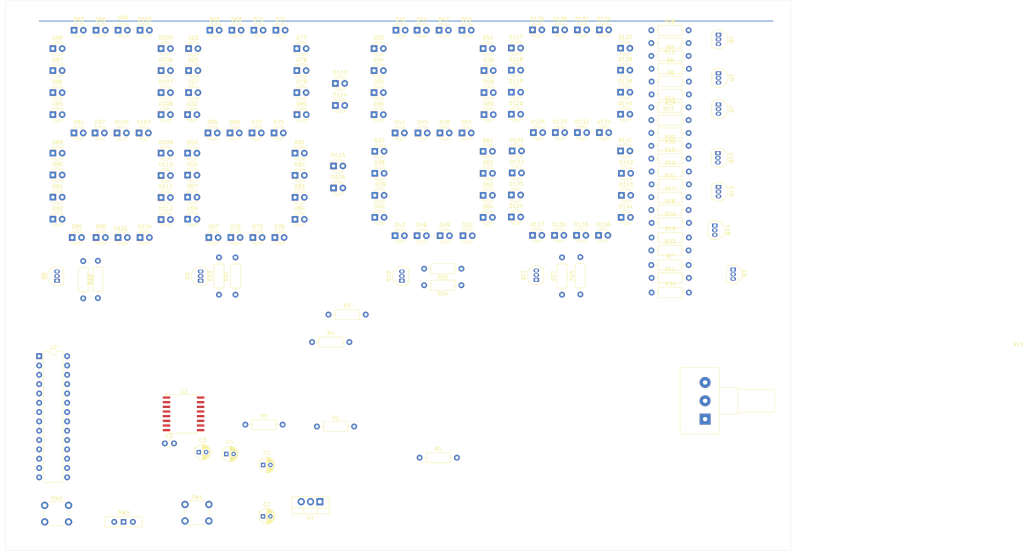
<source format=kicad_pcb>
(kicad_pcb (version 20240108) (generator "pcbnew") (generator_version "8.0")
  (layers (0 "F.Cu" signal) (31 "B.Cu" signal) (34 "B.Paste" user) (35 "F.Paste" user) (36 "B.SilkS" user "B.Silkscreen") (37 "F.SilkS" user "F.Silkscreen") (38 "B.Mask" user) (39 "F.Mask" user) (44 "Edge.Cuts" user))
  (net 0 "")
  (net 1 "+12V")
  (net 2 "GND")
  (net 3 "Net-(U1-VO)")
  (net 4 "/MCU/Vcc")
  (net 5 "Net-(D23-K)")
  (net 6 "Net-(D33-K)")
  (net 7 "Net-(D100-K)")
  (net 16 "Net-(D117-K)")
  (net 17 "Net-(Q1-B)")
  (net 18 "/Vcc")
  (net 19 "Net-(Q1-C)")
  (net 20 "Net-(Q2-B)")
  (net 21 "Net-(Q2-C)")
  (net 22 "Net-(Q3-C)")
  (net 23 "Net-(Q3-B)")
  (net 24 "Net-(Q7-C)")
  (net 25 "Net-(Q7-B)")
  (net 26 "Net-(Q8-B)")
  (net 27 "Net-(Q9-B)")
  (net 28 "Net-(Q10-B)")
  (net 29 "Net-(Q11-B)")
  (net 30 "Net-(Q12-C)")
  (net 31 "Net-(Q12-B)")
  (net 32 "Net-(Q13-C)")
  (net 33 "Net-(Q13-B)")
  (net 34 "Net-(Q14-B)")
  (net 35 "Net-(Q14-C)")
  (net 36 "Net-(U1-ADJ)")
  (net 37 "Net-(U3-32KHZ)")
  (net 38 "Net-(U3-~{INT}{slash}SQW)")
  (net 39 "/MCU/SCL")
  (net 40 "/MCU/SDA")
  (net 41 "/MCU/minutes")
  (net 42 "/MCU/hour")
  (net 43 "/MCU/Selector")
  (net 47 "/Led A")
  (net 50 "/Led B")
  (net 51 "/Led D")
  (net 56 "/Led C")
  (net 58 "/Led E")
  (net 62 "/Led F")
  (net 63 "/Led G")
  (net 65 "/MCU/Led B")
  (net 66 "/F")
  (net 67 "/E")
  (net 68 "/A")
  (net 69 "/G")
  (net 70 "/D")
  (net 71 "/B")
  (net 72 "/C")
  (net 73 "/MCU/Led C")
  (net 74 "/MCU/Led D")
  (net 75 "/MCU/Led A")
  (net 76 "/MCU/Led G")
  (net 77 "/MCU/Led E")
  (net 78 "/MCU/RST")
  (footprint "Resistor_THT:R_Axial_DIN0207_L6.3mm_D2.5mm_P10.16mm_Horizontal" (layer "F.Cu") (at 87.69 128.5)
    (property "Reference" "R5" (at 5.08 -2.37 0) (layer "F.SilkS"))
    (property "Value" "1k")
    (pad "1" thru_hole circle (at 0 0) (size 1.6 1.6) (drill 0.8) (layers "*.Cu" "*.Mask") (net 4 "/MCU/Vcc"))
    (pad "2" thru_hole oval (at 10.16 0) (size 1.6 1.6) (drill 0.8) (layers "*.Cu" "*.Mask") (net 40 "/MCU/SDA"))
  )
  (footprint "LED_THT:LED_D3.0mm" (layer "F.Cu") (at 47 77.5)
    (property "Reference" "D98" (at 1.27 -2.96 0) (layer "F.SilkS"))
    (property "Value" "LED")
    (pad "1" thru_hole rect (at 0 0) (size 1.8 1.8) (drill 0.9) (layers "*.Cu" "*.Mask") (net 7 "Net-(D100-K)"))
    (pad "2" thru_hole circle (at 2.54 0) (size 1.8 1.8) (drill 0.9) (layers "*.Cu" "*.Mask") (net 70 "/D"))
  )
  (footprint "LED_THT:LED_D3.0mm" (layer "F.Cu") (at 47 21)
    (property "Reference" "D96" (at 1.27 -2.96 0) (layer "F.SilkS"))
    (property "Value" "LED")
    (pad "1" thru_hole rect (at 0 0) (size 1.8 1.8) (drill 0.9) (layers "*.Cu" "*.Mask") (net 7 "Net-(D100-K)"))
    (pad "2" thru_hole circle (at 2.54 0) (size 1.8 1.8) (drill 0.9) (layers "*.Cu" "*.Mask") (net 68 "/A"))
  )
  (footprint "LED_THT:LED_D3.0mm" (layer "F.Cu") (at 35.225 54.5)
    (property "Reference" "D89" (at 1.27 -2.96 0) (layer "F.SilkS"))
    (property "Value" "LED")
    (pad "1" thru_hole rect (at 0 0) (size 1.8 1.8) (drill 0.9) (layers "*.Cu" "*.Mask") (net 7 "Net-(D100-K)"))
    (pad "2" thru_hole circle (at 2.54 0) (size 1.8 1.8) (drill 0.9) (layers "*.Cu" "*.Mask") (net 67 "/E"))
  )
  (footprint "LED_THT:LED_D3.0mm" (layer "F.Cu") (at 189.96 53.9)
    (property "Reference" "D141" (at 1.27 -2.96 0) (layer "F.SilkS"))
    (property "Value" "LED")
    (pad "1" thru_hole rect (at 0 0) (size 1.8 1.8) (drill 0.9) (layers "*.Cu" "*.Mask") (net 16 "Net-(D117-K)"))
    (pad "2" thru_hole circle (at 2.54 0) (size 1.8 1.8) (drill 0.9) (layers "*.Cu" "*.Mask") (net 72 "/C"))
  )
  (footprint "LED_THT:LED_D3.0mm" (layer "F.Cu") (at 101.715 38)
    (property "Reference" "D79" (at 1.27 -2.96 0) (layer "F.SilkS"))
    (property "Value" "LED")
    (pad "1" thru_hole rect (at 0 0) (size 1.8 1.8) (drill 0.9) (layers "*.Cu" "*.Mask") (net 5 "Net-(D23-K)"))
    (pad "2" thru_hole circle (at 2.54 0) (size 1.8 1.8) (drill 0.9) (layers "*.Cu" "*.Mask") (net 71 "/B"))
  )
  (footprint "LED_THT:LED_D3.0mm" (layer "F.Cu") (at 40.96 49)
    (property "Reference" "D94" (at 1.27 -2.96 0) (layer "F.SilkS"))
    (property "Value" "LED")
    (pad "1" thru_hole rect (at 0 0) (size 1.8 1.8) (drill 0.9) (layers "*.Cu" "*.Mask") (net 7 "Net-(D100-K)"))
    (pad "2" thru_hole circle (at 2.54 0) (size 1.8 1.8) (drill 0.9) (layers "*.Cu" "*.Mask") (net 69 "/G"))
  )
  (footprint "LED_THT:LED_D3.0mm" (layer "F.Cu") (at 72.225 38)
    (property "Reference" "D27" (at 1.27 -2.96 0) (layer "F.SilkS"))
    (property "Value" "LED")
    (pad "1" thru_hole rect (at 0 0) (size 1.8 1.8) (drill 0.9) (layers "*.Cu" "*.Mask") (net 5 "Net-(D23-K)"))
    (pad "2" thru_hole circle (at 2.54 0) (size 1.8 1.8) (drill 0.9) (layers "*.Cu" "*.Mask") (net 66 "/F"))
  )
  (footprint "LED_THT:LED_D3.0mm" (layer "F.Cu") (at 71.96 54.5)
    (property "Reference" "D53" (at 1.27 -2.96 0) (layer "F.SilkS"))
    (property "Value" "LED")
    (pad "1" thru_hole rect (at 0 0) (size 1.8 1.8) (drill 0.9) (layers "*.Cu" "*.Mask") (net 5 "Net-(D23-K)"))
    (pad "2" thru_hole circle (at 2.54 0) (size 1.8 1.8) (drill 0.9) (layers "*.Cu" "*.Mask") (net 67 "/E"))
  )
  (footprint "LED_THT:LED_D3.0mm" (layer "F.Cu") (at 64.725 38)
    (property "Reference" "D107" (at 1.27 -2.96 0) (layer "F.SilkS"))
    (property "Value" "LED")
    (pad "1" thru_hole rect (at 0 0) (size 1.8 1.8) (drill 0.9) (layers "*.Cu" "*.Mask") (net 7 "Net-(D100-K)"))
    (pad "2" thru_hole circle (at 2.54 0) (size 1.8 1.8) (drill 0.9) (layers "*.Cu" "*.Mask") (net 71 "/B"))
  )
  (footprint "LED_THT:LED_D3.0mm" (layer "F.Cu") (at 101.755 44)
    (property "Reference" "D80" (at 1.27 -2.96 0) (layer "F.SilkS"))
    (property "Value" "LED")
    (pad "1" thru_hole rect (at 0 0) (size 1.8 1.8) (drill 0.9) (layers "*.Cu" "*.Mask") (net 5 "Net-(D23-K)"))
    (pad "2" thru_hole circle (at 2.54 0) (size 1.8 1.8) (drill 0.9) (layers "*.Cu" "*.Mask") (net 71 "/B"))
  )
  (footprint "Potentiometer_THT:Potentiometer_Alps_RK163_Single_Horizontal" (layer "F.Cu") (at 213 127 180)
    (property "Reference" "RV1" (at -85.4 20.3 0) (layer "F.SilkS"))
    (property "Value" "10k")
    (pad "1" thru_hole rect (at 0 0) (size 3 3) (drill 1.2) (layers "*.Cu" "*.Mask") (net 36 "Net-(U1-ADJ)"))
    (pad "2" thru_hole circle (at 0 5) (size 3 3) (drill 1.2) (layers "*.Cu" "*.Mask") (net 36 "Net-(U1-ADJ)"))
    (pad "3" thru_hole circle (at 0 10) (size 3 3) (drill 1.2) (layers "*.Cu" "*.Mask") (net 2 "GND"))
  )
  (footprint "Package_TO_SOT_THT:TO-92_Inline" (layer "F.Cu") (at 75.5 89.27 90)
    (property "Reference" "Q9" (at 1.27 -3.56 90) (layer "F.SilkS"))
    (property "Value" "BC547")
    (pad "1" thru_hole rect (at 0 0 90) (size 1.05 1.5) (drill 0.75) (layers "*.Cu" "*.Mask") (net 5 "Net-(D23-K)"))
    (pad "2" thru_hole oval (at 1.27 0 90) (size 1.05 1.5) (drill 0.75) (layers "*.Cu" "*.Mask") (net 27 "Net-(Q9-B)"))
    (pad "3" thru_hole oval (at 2.54 0 90) (size 1.05 1.5) (drill 0.75) (layers "*.Cu" "*.Mask") (net 2 "GND"))
  )
  (footprint "Resistor_THT:R_Axial_DIN0207_L6.3mm_D2.5mm_P10.16mm_Horizontal" (layer "F.Cu") (at 198.34 21)
    (property "Reference" "R28" (at 5.08 -2.37 0) (layer "F.SilkS"))
    (property "Value" "33")
    (pad "1" thru_hole circle (at 0 0) (size 1.6 1.6) (drill 0.8) (layers "*.Cu" "*.Mask") (net 68 "/A"))
    (pad "2" thru_hole oval (at 10.16 0) (size 1.6 1.6) (drill 0.8) (layers "*.Cu" "*.Mask") (net 19 "Net-(Q1-C)"))
  )
  (footprint "LED_THT:LED_D3.0mm" (layer "F.Cu") (at 184.185 48.9)
    (property "Reference" "D135" (at 1.27 -2.96 0) (layer "F.SilkS"))
    (property "Value" "LED")
    (pad "1" thru_hole rect (at 0 0) (size 1.8 1.8) (drill 0.9) (layers "*.Cu" "*.Mask") (net 16 "Net-(D117-K)"))
    (pad "2" thru_hole circle (at 2.54 0) (size 1.8 1.8) (drill 0.9) (layers "*.Cu" "*.Mask") (net 69 "/G"))
  )
  (footprint "LED_THT:LED_D3.0mm" (layer "F.Cu") (at 152.5 72)
    (property "Reference" "D64" (at 1.27 -2.96 0) (layer "F.SilkS"))
    (property "Value" "LED")
    (pad "1" thru_hole rect (at 0 0) (size 1.8 1.8) (drill 0.9) (layers "*.Cu" "*.Mask") (net 6 "Net-(D33-K)"))
    (pad "2" thru_hole circle (at 2.54 0) (size 1.8 1.8) (drill 0.9) (layers "*.Cu" "*.Mask") (net 72 "/C"))
  )
  (footprint "LED_THT:LED_D3.0mm" (layer "F.Cu") (at 152.725 38)
    (property "Reference" "D58" (at 1.27 -2.96 0) (layer "F.SilkS"))
    (property "Value" "LED")
    (pad "1" thru_hole rect (at 0 0) (size 1.8 1.8) (drill 0.9) (layers "*.Cu" "*.Mask") (net 6 "Net-(D33-K)"))
    (pad "2" thru_hole circle (at 2.54 0) (size 1.8 1.8) (drill 0.9) (layers "*.Cu" "*.Mask") (net 71 "/B"))
  )
  (footprint "LED_THT:LED_D3.0mm" (layer "F.Cu") (at 177.96 76.9)
    (property "Reference" "D133" (at 1.27 -2.96 0) (layer "F.SilkS"))
    (property "Value" "LED")
    (pad "1" thru_hole rect (at 0 0) (size 1.8 1.8) (drill 0.9) (layers "*.Cu" "*.Mask") (net 16 "Net-(D117-K)"))
    (pad "2" thru_hole circle (at 2.54 0) (size 1.8 1.8) (drill 0.9) (layers "*.Cu" "*.Mask") (net 70 "/D"))
  )
  (footprint "Resistor_THT:R_Axial_DIN0207_L6.3mm_D2.5mm_P10.16mm_Horizontal" (layer "F.Cu") (at 198.34 52.5)
    (property "Reference" "R32" (at 5.08 -2.37 0) (layer "F.SilkS"))
    (property "Value" "33")
    (pad "1" thru_hole circle (at 0 0) (size 1.6 1.6) (drill 0.8) (layers "*.Cu" "*.Mask") (net 67 "/E"))
    (pad "2" thru_hole oval (at 10.16 0) (size 1.6 1.6) (drill 0.8) (layers "*.Cu" "*.Mask") (net 30 "Net-(Q12-C)"))
  )
  (footprint "LED_THT:LED_D3.0mm" (layer "F.Cu") (at 152.5 26)
    (property "Reference" "D54" (at 1.27 -2.96 0) (layer "F.SilkS"))
    (property "Value" "LED")
    (pad "1" thru_hole rect (at 0 0) (size 1.8 1.8) (drill 0.9) (layers "*.Cu" "*.Mask") (net 6 "Net-(D33-K)"))
    (pad "2" thru_hole circle (at 2.54 0) (size 1.8 1.8) (drill 0.9) (layers "*.Cu" "*.Mask") (net 71 "/B"))
  )
  (footprint "Package_TO_SOT_THT:TO-92_Inline" (layer "F.Cu") (at 216.64 41.23 -90)
    (property "Reference" "Q7" (at 1.27 -3.56 90) (layer "F.SilkS"))
    (property "Value" "BC557")
    (pad "1" thru_hole rect (at 0 0 270) (size 1.05 1.5) (drill 0.75) (layers "*.Cu" "*.Mask") (net 24 "Net-(Q7-C)"))
    (pad "2" thru_hole oval (at 1.27 0 270) (size 1.05 1.5) (drill 0.75) (layers "*.Cu" "*.Mask") (net 25 "Net-(Q7-B)"))
    (pad "3" thru_hole oval (at 2.54 0 270) (size 1.05 1.5) (drill 0.75) (layers "*.Cu" "*.Mask") (net 18 "/Vcc"))
  )
  (footprint "LED_THT:LED_D3.0mm" (layer "F.Cu") (at 35.225 32)
    (property "Reference" "D87" (at 1.27 -2.96 0) (layer "F.SilkS"))
    (property "Value" "LED")
    (pad "1" thru_hole rect (at 0 0) (size 1.8 1.8) (drill 0.9) (layers "*.Cu" "*.Mask") (net 7 "Net-(D100-K)"))
    (pad "2" thru_hole circle (at 2.54 0) (size 1.8 1.8) (drill 0.9) (layers "*.Cu" "*.Mask") (net 66 "/F"))
  )
  (footprint "LED_THT:LED_D3.0mm" (layer "F.Cu") (at 58.725 49)
    (property "Reference" "D103" (at 1.27 -2.96 0) (layer "F.SilkS"))
    (property "Value" "LED")
    (pad "1" thru_hole rect (at 0 0) (size 1.8 1.8) (drill 0.9) (layers "*.Cu" "*.Mask") (net 7 "Net-(D100-K)"))
    (pad "2" thru_hole circle (at 2.54 0) (size 1.8 1.8) (drill 0.9) (layers "*.Cu" "*.Mask") (net 69 "/G"))
  )
  (footprint "Resistor_THT:R_Axial_DIN0207_L6.3mm_D2.5mm_P10.16mm_Horizontal" (layer "F.Cu") (at 107.19 129)
    (property "Reference" "R2" (at 5.08 -2.37 0) (layer "F.SilkS"))
    (property "Value" "1k")
    (pad "1" thru_hole circle (at 0 0) (size 1.6 1.6) (drill 0.8) (layers "*.Cu" "*.Mask") (net 4 "/MCU/Vcc"))
    (pad "2" thru_hole oval (at 10.16 0) (size 1.6 1.6) (drill 0.8) (layers "*.Cu" "*.Mask") (net 37 "Net-(U3-32KHZ)"))
  )
  (footprint "LED_THT:LED_D3.0mm" (layer "F.Cu") (at 101.225 54.5)
    (property "Reference" "D81" (at 1.27 -2.96 0) (layer "F.SilkS"))
    (property "Value" "LED")
    (pad "1" thru_hole rect (at 0 0) (size 1.8 1.8) (drill 0.9) (layers "*.Cu" "*.Mask") (net 5 "Net-(D23-K)"))
    (pad "2" thru_hole circle (at 2.54 0) (size 1.8 1.8) (drill 0.9) (layers "*.Cu" "*.Mask") (net 72 "/C"))
  )
  (footprint "LED_THT:LED_D3.0mm" (layer "F.Cu") (at 52.725 49)
    (property "Reference" "D100" (at 1.27 -2.96 0) (layer "F.SilkS"))
    (property "Value" "LED")
    (pad "1" thru_hole rect (at 0 0) (size 1.8 1.8) (drill 0.9) (layers "*.Cu" "*.Mask") (net 7 "Net-(D100-K)"))
    (pad "2" thru_hole circle (at 2.54 0) (size 1.8 1.8) (drill 0.9) (layers "*.Cu" "*.Mask") (net 69 "/G"))
  )
  (footprint "LED_THT:LED_D3.0mm" (layer "F.Cu") (at 64.725 26)
    (property "Reference" "D105" (at 1.27 -2.96 0) (layer "F.SilkS"))
    (property "Value" "LED")
    (pad "1" thru_hole rect (at 0 0) (size 1.8 1.8) (drill 0.9) (layers "*.Cu" "*.Mask") (net 7 "Net-(D100-K)"))
    (pad "2" thru_hole circle (at 2.54 0) (size 1.8 1.8) (drill 0.9) (layers "*.Cu" "*.Mask") (net 71 "/B"))
  )
  (footprint "LED_THT:LED_D3.0mm" (layer "F.Cu") (at 72.225 26)
    (property "Reference" "D23" (at 1.27 -2.96 0) (layer "F.SilkS"))
    (property "Value" "LED")
    (pad "1" thru_hole rect (at 0 0) (size 1.8 1.8) (drill 0.9) (layers "*.Cu" "*.Mask") (net 5 "Net-(D23-K)"))
    (pad "2" thru_hole circle (at 2.54 0) (size 1.8 1.8) (drill 0.9) (layers "*.Cu" "*.Mask") (net 66 "/F"))
  )
  (footprint "Resistor_THT:R_Axial_DIN0207_L6.3mm_D2.5mm_P10.16mm_Horizontal" (layer "F.Cu") (at 208.58 38.5 180)
    (property "Reference" "R29" (at 5.08 -2.37 360) (layer "F.SilkS"))
    (property "Value" "1k")
    (pad "1" thru_hole circle (at 0 0 180) (size 1.6 1.6) (drill 0.8) (layers "*.Cu" "*.Mask") (net 18 "/Vcc"))
    (pad "2" thru_hole oval (at 10.16 0 180) (size 1.6 1.6) (drill 0.8) (layers "*.Cu" "*.Mask") (net 50 "/Led B"))
  )
  (footprint "LED_THT:LED_D3.0mm" (layer "F.Cu") (at 160.42 53.9)
    (property "Reference" "D121" (at 1.27 -2.96 0) (layer "F.SilkS"))
    (property "Value" "LED")
    (pad "1" thru_hole rect (at 0 0) (size 1.8 1.8) (drill 0.9) (layers "*.Cu" "*.Mask") (net 16 "Net-(D117-K)"))
    (pad "2" thru_hole circle (at 2.54 0) (size 1.8 1.8) (drill 0.9) (layers "*.Cu" "*.Mask") (net 67 "/E"))
  )
  (footprint "LED_THT:LED_D3.0mm" (layer "F.Cu") (at 71.96 66.5)
    (property "Reference" "D57" (at 1.27 -2.96 0) (layer "F.SilkS"))
    (property "Value" "LED")
    (pad "1" thru_hole rect (at 0 0) (size 1.8 1.8) (drill 0.9) (layers "*.Cu" "*.Mask") (net 5 "Net-(D23-K)"))
    (pad "2" thru_hole circle (at 2.54 0) (size 1.8 1.8) (drill 0.9) (layers "*.Cu" "*.Mask") (net 67 "/E"))
  )
  (footprint "Resistor_THT:R_Axial_DIN0207_L6.3mm_D2.5mm_P10.16mm_Horizontal" (layer "F.Cu") (at 135.19 137.5)
    (property "Reference" "R1" (at 5.08 -2.37 0) (layer "F.SilkS"))
    (property "Value" "1k")
    (pad "1" thru_hole circle (at 0 0) (size 1.6 1.6) (drill 0.8) (layers "*.Cu" "*.Mask") (net 3 "Net-(U1-VO)"))
    (pad "2" thru_hole oval (at 10.16 0) (size 1.6 1.6) (drill 0.8) (layers "*.Cu" "*.Mask") (net 36 "Net-(U1-ADJ)"))
  )
  (footprint "Capacitor_THT:CP_Radial_D4.0mm_P2.00mm" (layer "F.Cu") (at 92.527401 139.5)
    (property "Reference" "C1" (at 1 -3.25 0) (layer "F.SilkS"))
    (property "Value" "22uf")
    (pad "1" thru_hole rect (at 0 0) (size 1.2 1.2) (drill 0.6) (layers "*.Cu" "*.Mask") (net 1 "+12V"))
    (pad "2" thru_hole circle (at 2 0) (size 1.2 1.2) (drill 0.6) (layers "*.Cu" "*.Mask") (net 2 "GND"))
  )
  (footprint "Resistor_THT:R_Axial_DIN0207_L6.3mm_D2.5mm_P10.16mm_Horizontal" (layer "F.Cu") (at 198.34 45.5)
    (property "Reference" "R13" (at 4.66 -3 0) (layer "F.SilkS"))
    (property "Value" "10k")
    (pad "1" thru_hole circle (at 0 0) (size 1.6 1.6) (drill 0.8) (layers "*.Cu" "*.Mask") (net 56 "/Led C"))
    (pad "2" thru_hole oval (at 10.16 0) (size 1.6 1.6) (drill 0.8) (layers "*.Cu" "*.Mask") (net 25 "Net-(Q7-B)"))
  )
  (footprint "Resistor_THT:R_Axial_DIN0207_L6.3mm_D2.5mm_P10.16mm_Horizontal" (layer "F.Cu") (at 43.5 83.92 -90)
    (property "Reference" "R22" (at 5.08 -2.37 90) (layer "F.SilkS"))
    (property "Value" "10k")
    (pad "1" thru_hole circle (at 0 0 270) (size 1.6 1.6) (drill 0.8) (layers "*.Cu" "*.Mask") (net 18 "/Vcc"))
    (pad "2" thru_hole oval (at 10.16 0 270) (size 1.6 1.6) (drill 0.8) (layers "*.Cu" "*.Mask") (net 26 "Net-(Q8-B)"))
  )
  (footprint "Package_TO_SOT_THT:TO-92_Inline" (layer "F.Cu") (at 36.36 89.27 90)
    (property "Reference" "Q8" (at 1.27 -3.56 90) (layer "F.SilkS"))
    (property "Value" "BC547")
    (pad "1" thru_hole rect (at 0 0 90) (size 1.05 1.5) (drill 0.75) (layers "*.Cu" "*.Mask") (net 7 "Net-(D100-K)"))
    (pad "2" thru_hole oval (at 1.27 0 90) (size 1.05 1.5) (drill 0.75) (layers "*.Cu" "*.Mask") (net 26 "Net-(Q8-B)"))
    (pad "3" thru_hole oval (at 2.54 0 90) (size 1.05 1.5) (drill 0.75) (layers "*.Cu" "*.Mask") (net 2 "GND"))
  )
  (footprint "LED_THT:LED_D3.0mm" (layer "F.Cu") (at 83.5 49)
    (property "Reference" "D69" (at 1.27 -2.96 0) (layer "F.SilkS"))
    (property "Value" "LED")
    (pad "1" thru_hole rect (at 0 0) (size 1.8 1.8) (drill 0.9) (layers "*.Cu" "*.Mask") (net 5 "Net-(D23-K)"))
    (pad "2" thru_hole circle (at 2.54 0) (size 1.8 1.8) (drill 0.9) (layers "*.Cu" "*.Mask") (net 69 "/G"))
  )
  (footprint "LED_THT:LED_D3.0mm" (layer "F.Cu") (at 95.5 49)
    (property "Reference" "D75" (at 1.27 -2.96 0) (layer "F.SilkS"))
    (property "Value" "LED")
    (pad "1" thru_hole rect (at 0 0) (size 1.8 1.8) (drill 0.9) (layers "*.Cu" "*.Mask") (net 5 "Net-(D23-K)"))
    (pad "2" thru_hole circle (at 2.54 0) (size 1.8 1.8) (drill 0.9) (layers "*.Cu" "*.Mask") (net 69 "/G"))
  )
  (footprint "LED_THT:LED_D3.0mm" (layer "F.Cu") (at 101.225 60.55)
    (property "Reference" "D82" (at 1.27 -2.96 0) (layer "F.SilkS"))
    (property "Value" "LED")
    (pad "1" thru_hole rect (at 0 0) (size 1.8 1.8) (drill 0.9) (layers "*.Cu" "*.Mask") (net 5 "Net-(D23-K)"))
    (pad "2" thru_hole circle (at 2.54 0) (size 1.8 1.8) (drill 0.9) (layers "*.Cu" "*.Mask") (net 72 "/C"))
  )
  (footprint "Package_TO_SOT_THT:TO-92_Inline" (layer "F.Cu") (at 167 89.04 90)
    (property "Reference" "Q11" (at 1.27 -3.56 90) (layer "F.SilkS"))
    (property "Value" "BC547")
    (pad "1" thru_hole rect (at 0 0 90) (size 1.05 1.5) (drill 0.75) (layers "*.Cu" "*.Mask") (net 16 "Net-(D117-K)"))
    (pad "2" thru_hole oval (at 1.27 0 90) (size 1.05 1.5) (drill 0.75) (layers "*.Cu" "*.Mask") (net 29 "Net-(Q11-B)"))
    (pad "3" thru_hole oval (at 2.54 0 90) (size 1.05 1.5) (drill 0.75) (layers "*.Cu" "*.Mask") (net 2 "GND"))
  )
  (footprint "LED_THT:LED_D3.0mm" (layer "F.Cu") (at 35.225 38)
    (property "Reference" "D86" (at 1.27 -2.96 0) (layer "F.SilkS"))
    (property "Value" "LED")
    (pad "1" thru_hole rect (at 0 0) (size 1.8 1.8) (drill 0.9) (layers "*.Cu" "*.Mask") (net 7 "Net-(D100-K)"))
    (pad "2" thru_hole circle (at 2.54 0) (size 1.8 1.8) (drill 0.9) (layers "*.Cu" "*.Mask") (net 66 "/F"))
  )
  (footprint "Resistor_THT:R_Axial_DIN0207_L6.3mm_D2.5mm_P10.16mm_Horizontal" (layer "F.Cu") (at 198.42 88.5)
    (property "Reference" "R11" (at 5.08 -2.37 0) (layer "F.SilkS"))
    (property "Value" "10k")
    (pad "1" thru_hole circle (at 0 0) (size 1.6 1.6) (drill 0.8) (layers "*.Cu" "*.Mask") (net 51 "/Led D"))
    (pad "2" thru_hole oval (at 10.16 0) (size 1.6 1.6) (drill 0.8) (layers "*.Cu" "*.Mask") (net 20 "Net-(Q2-B)"))
  )
  (footprint "LED_THT:LED_D3.0mm" (layer "F.Cu") (at 165.96 76.9)
    (property "Reference" "D127" (at 1.27 -2.96 0) (layer "F.SilkS"))
    (property "Value" "LED")
    (pad "1" thru_hole rect (at 0 0) (size 1.8 1.8) (drill 0.9) (layers "*.Cu" "*.Mask") (net 16 "Net-(D117-K)"))
    (pad "2" thru_hole circle (at 2.54 0) (size 1.8 1.8) (drill 0.9) (layers "*.Cu" "*.Mask") (net 70 "/D"))
  )
  (footprint "Resistor_THT:R_Axial_DIN0207_L6.3mm_D2.5mm_P10.16mm_Horizontal" (layer "F.Cu") (at 198.42 59.5)
    (property "Reference" "R16" (at 5.08 -2.37 0) (layer "F.SilkS"))
    (property "Value" "1k")
    (pad "1" thru_hole circle (at 0 0) (size 1.6 1.6) (drill 0.8) (layers "*.Cu" "*.Mask") (net 58 "/Led E"))
    (pad "2" thru_hole oval (at 10.16 0) (size 1.6 1.6) (drill 0.8) (layers "*.Cu" "*.Mask") (net 18 "/Vcc"))
  )
  (footprint "LED_THT:LED_D3.0mm" (layer "F.Cu") (at 190.185 66)
    (property "Reference" "D143" (at 1.27 -2.96 0) (layer "F.SilkS"))
    (property "Value" "LED")
    (pad "1" thru_hole rect (at 0 0) (size 1.8 1.8) (drill 0.9) (layers "*.Cu" "*.Mask") (net 16 "Net-(D117-K)"))
    (pad "2" thru_hole circle (at 2.54 0) (size 1.8 1.8) (drill 0.9) (layers "*.Cu" "*.Mask") (net 72 "/C"))
  )
  (footprint "LED_THT:LED_D3.0mm" (layer "F.Cu") (at 122.765 44)
    (property "Reference" "D36" (at 1.27 -2.96 0) (layer "F.SilkS"))
    (property "Value" "LED")
    (pad "1" thru_hole rect (at 0 0) (size 1.8 1.8) (drill 0.9) (layers "*.Cu" "*.Mask") (net 6 "Net-(D33-K)"))
    (pad "2" thru_hole circle (at 2.54 0) (size 1.8 1.8) (drill 0.9) (layers "*.Cu" "*.Mask") (net 66 "/F"))
  )
  (footprint "Resistor_THT:R_Axial_DIN0207_L6.3mm_D2.5mm_P10.16mm_Horizontal" (layer "F.Cu") (at 198.34 85)
    (property "Reference" "R7" (at 5.08 -2.37 0) (layer "F.SilkS"))
    (property "Value" "33")
    (pad "1" thru_hole circle (at 0 0) (size 1.6 1.6) (drill 0.8) (layers "*.Cu" "*.Mask") (net 70 "/D"))
    (pad "2" thru_hole oval (at 10.16 0) (size 1.6 1.6) (drill 0.8) (layers "*.Cu" "*.Mask") (net 21 "Net-(Q2-C)"))
  )
  (footprint "LED_THT:LED_D3.0mm" (layer "F.Cu") (at 172.185 20.9)
    (property "Reference" "D128" (at 1.27 -2.96 0) (layer "F.SilkS"))
    (property "Value" "LED")
    (pad "1" thru_hole rect (at 0 0) (size 1.8 1.8) (drill 0.9) (layers "*.Cu" "*.Mask") (net 16 "Net-(D117-K)"))
    (pad "2" thru_hole circle (at 2.54 0) (size 1.8 1.8) (drill 0.9) (layers "*.Cu" "*.Mask") (net 68 "/A"))
  )
  (footprint "Package_SO:SOIC-16W_7.5x10.3mm_P1.27mm" (layer "F.Cu") (at 70.85 125.555)
    (property "Reference" "U3" (at 0 -6.1 0) (layer "F.SilkS"))
    (property "Value" "DS3231M")
    (pad "1" smd roundrect (at -4.65 -4.445) (size 2.05 0.6) (layers "F.Cu" "F.Paste" "F.Mask") (net 37 "Net-(U3-32KHZ)"))
    (pad "2" smd roundrect (at -4.65 -3.175) (size 2.05 0.6) (layers "F.Cu" "F.Paste" "F.Mask") (net 4 "/MCU/Vcc"))
    (pad "3" smd roundrect (at -4.65 -1.905) (size 2.05 0.6) (layers "F.Cu" "F.Paste" "F.Mask") (net 38 "Net-(U3-~{INT}{slash}SQW)"))
    (pad "4" smd roundrect (at -4.65 -0.635) (size 2.05 0.6) (layers "F.Cu" "F.Paste" "F.Mask") (net 78 "/MCU/RST"))
    (pad "5" smd roundrect (at -4.65 0.635) (size 2.05 0.6) (layers "F.Cu" "F.Paste" "F.Mask") (net 2 "GND"))
    (pad "6" smd roundrect (at -4.65 1.905) (size 2.05 0.6) (layers "F.Cu" "F.Paste" "F.Mask") (net 2 "GND"))
    (pad "7" smd roundrect (at -4.65 3.175) (size 2.05 0.6) (layers "F.Cu" "F.Paste" "F.Mask") (net 2 "GND"))
    (pad "8" smd roundrect (at -4.65 4.445) (size 2.05 0.6) (layers "F.Cu" "F.Paste" "F.Mask") (net 2 "GND"))
    (pad "9" smd roundrect (at 4.65 4.445) (size 2.05 0.6) (layers "F.Cu" "F.Paste" "F.Mask") (net 2 "GND"))
    (pad "10" smd roundrect (at 4.65 3.175) (size 2.05 0.6) (layers "F.Cu" "F.Paste" "F.Mask") (net 2 "GND"))
    (pad "11" smd roundrect (at 4.65 1.905) (size 2.05 0.6) (layers "F.Cu" "F.Paste" "F.Mask") (net 2 "GND"))
    (pad "12" smd roundrect (at 4.65 0.635) (size 2.05 0.6) (layers "F.Cu" "F.Paste" "F.Mask") (net 2 "GND"))
    (pad "13" smd roundrect (at 4.65 -0.635) (size 2.05 0.6) (layers "F.Cu" "F.Paste" "F.Mask") (net 2 "GND"))
    (pad "14" smd roundrect (at 4.65 -1.905) (size 2.05 0.6) (layers "F.Cu" "F.Paste" "F.Mask"))
    (pad "15" smd roundrect (at 4.65 -3.175) (size 2.05 0.6) (layers "F.Cu" "F.Paste" "F.Mask") (net 40 "/MCU/SDA"))
    (pad "16" smd roundrect (at 4.65 -4.445) (size 2.05 0.6) (layers "F.Cu" "F.Paste" "F.Mask") (net 39 "/MCU/SCL"))
  )
  (footprint "LED_THT:LED_D3.0mm" (layer "F.Cu") (at 122.765 32)
    (property "Reference" "D34" (at 1.27 -2.96 0) (layer "F.SilkS"))
    (property "Value" "LED")
    (pad "1" thru_hole rect (at 0 0) (size 1.8 1.8) (drill 0.9) (layers "*.Cu" "*.Mask") (net 6 "Net-(D33-K)"))
    (pad "2" thru_hole circle (at 2.54 0) (size 1.8 1.8) (drill 0.9) (layers "*.Cu" "*.Mask") (net 66 "/F"))
  )
  (footprint "LED_THT:LED_D3.0mm" (layer "F.Cu") (at 101.725 26)
    (property "Reference" "D77" (at 1.27 -2.96 0) (layer "F.SilkS"))
    (property "Value" "LED")
    (pad "1" thru_hole rect (at 0 0) (size 1.8 1.8) (drill 0.9) (layers "*.Cu" "*.Mask") (net 5 "Net-(D23-K)"))
    (pad "2" thru_hole circle (at 2.54 0) (size 1.8 1.8) (drill 0.9) (layers "*.Cu" "*.Mask") (net 71 "/B"))
  )
  (footprint "LED_THT:LED_D3.0mm" (layer "F.Cu") (at 189.96 31.9)
    (property "Reference" "D138" (at 1.27 -2.96 0) (layer "F.SilkS"))
    (property "Value" "LED")
    (pad "1" thru_hole rect (at 0 0) (size 1.8 1.8) (drill 0.9) (layers "*.Cu" "*.Mask") (net 16 "Net-(D117-K)"))
    (pad "2" thru_hole circle (at 2.54 0) (size 1.8 1.8) (drill 0.9) (layers "*.Cu" "*.Mask") (net 71 "/B"))
  )
  (footprint "LED_THT:LED_D3.0mm" (layer "F.Cu") (at 146.725 49)
    (property "Reference" "D51" (at 1.27 -2.96 0) (layer "F.SilkS"))
    (property "Value" "LED")
    (pad "1" thru_hole rect (at 0 0) (size 1.8 1.8) (drill 0.9) (layers "*.Cu" "*.Mask") (net 6 "Net-(D33-K)"))
    (pad "2" thru_hole circle (at 2.54 0) (size 1.8 1.8) (drill 0.9) (layers "*.Cu" "*.Mask") (net 69 "/G"))
  )
  (footprint "LED_THT:LED_D3.0mm" (layer "F.Cu") (at 77.5 49)
    (property "Reference" "D66" (at 1.275 -3 0) (layer "F.SilkS"))
    (property "Value" "LED")
    (pad "1" thru_hole rect (at 0 0) (size 1.8 1.8) (drill 0.9) (layers "*.Cu" "*.Mask") (net 5 "Net-(D23-K)"))
    (pad "2" thru_hole circle (at 2.54 0) (size 1.8 1.8) (drill 0.9) (layers "*.Cu" "*.Mask") (net 69 "/G"))
  )
  (footprint "LED_THT:LED_D3.0mm" (layer "F.Cu") (at 71.96 72.5)
    (property "Reference" "D59" (at 1.27 -2.96 0) (layer "F.SilkS"))
    (property "Value" "LED")
    (pad "1" thru_hole rect (at 0 0) (size 1.8 1.8) (drill 0.9) (layers "*.Cu" "*.Mask") (net 5 "Net-(D23-K)"))
    (pad "2" thru_hole circle (at 2.54 0) (size 1.8 1.8) (drill 0.9) (layers "*.Cu" "*.Mask") (net 67 "/E"))
  )
  (footprint "LED_THT:LED_D3.0mm" (layer "F.Cu") (at 111.725 64)
    (property "Reference" "D116" (at 1.27 -2.96 0) (layer "F.SilkS"))
    (property "Value" "LED")
    (pad "1" thru_hole rect (at 0 0) (size 1.8 1.8) (drill 0.9) (layers "*.Cu" "*.Mask"))
    (pad "2" thru_hole circle (at 2.54 0) (size 1.8 1.8) (drill 0.9) (layers "*.Cu" "*.Mask"))
  )
  (footprint "Capacitor_THT:CP_Radial_D4.0mm_P2.00mm" (layer "F.Cu") (at 82.5 136.5)
    (property "Reference" "C4" (at 1 -3.25 0) (layer "F.SilkS"))
    (property "Value" "0.1uf")
    (pad "1" thru_hole rect (at 0 0) (size 1.2 1.2) (drill 0.6) (layers "*.Cu" "*.Mask") (net 3 "Net-(U1-VO)"))
    (pad "2" thru_hole circle (at 2 0) (size 1.2 1.2) (drill 0.6) (layers "*.Cu" "*.Mask") (net 2 "GND"))
  )
  (footprint "LED_THT:LED_D3.0mm" (layer "F.Cu") (at 140.775 77)
    (property "Reference" "D49" (at 1.27 -2.96 0) (layer "F.SilkS"))
    (property "Value" "LED")
    (pad "1" thru_hole rect (at 0 0) (size 1.8 1.8) (drill 0.9) (layers "*.Cu" "*.Mask") (net 6 "Net-(D33-K)"))
    (pad "2" thru_hole circle (at 2.54 0) (size 1.8 1.8) (drill 0.9) (layers "*.Cu" "*.Mask") (net 70 "/D"))
  )
  (footprint "LED_THT:LED_D3.0mm" (layer "F.Cu") (at 160.185 37.9)
    (property "Reference" "D119" (at 1.27 -2.96 0) (layer "F.SilkS"))
    (property "Value" "LED")
    (pad "1" thru_hole rect (at 0 0) (size 1.8 1.8) (drill 0.9) (layers "*.Cu" "*.Mask") (net 16 "Net-(D117-K)"))
    (pad "2" thru_hole circle (at 2.54 0) (size 1.8 1.8) (drill 0.9) (layers "*.Cu" "*.Mask") (net 66 "/F"))
  )
  (footprint "Package_TO_SOT_THT:TO-92_Inline" (layer "F.Cu") (at 216.5 54.5 -90)
    (property "Reference" "Q12" (at 1.27 -3.56 90) (layer "F.SilkS"))
    (property "Value" "BC557")
    (pad "1" thru_hole rect (at 0 0 270) (size 1.05 1.5) (drill 0.75) (layers "*.Cu" "*.Mask") (net 30 "Net-(Q12-C)"))
    (pad "2" thru_hole oval (at 1.27 0 270) (size 1.05 1.5) (drill 0.75) (layers "*.Cu" "*.Mask") (net 31 "Net-(Q12-B)"))
    (pad "3" thru_hole oval (at 2.54 0 270) (size 1.05 1.5) (drill 0.75) (layers "*.Cu" "*.Mask") (net 18 "/Vcc"))
  )
  (footprint "LED_THT:LED_D3.0mm" (layer "F.Cu") (at 122.96 54)
    (property "Reference" "D37" (at 1.27 -2.96 0) (layer "F.SilkS"))
    (property "Value" "LED")
    (pad "1" thru_hole rect (at 0 0) (size 1.8 1.8) (drill 0.9) (layers "*.Cu" "*.Mask") (net 6 "Net-(D33-K)"))
    (pad "2" thru_hole circle (at 2.54 0) (size 1.8 1.8) (drill 0.9) (layers "*.Cu" "*.Mask") (net 67 "/E"))
  )
  (footprint "Package_DIP:DIP-28_W7.62mm" (layer "F.Cu") (at 31.5 109.84)
    (property "Reference" "U2" (at 3.81 -2.33 0) (layer "F.SilkS"))
    (property "Value" "ATmega328-P")
    (pad "1" thru_hole rect (at 0 0) (size 1.6 1.6) (drill 0.8) (layers "*.Cu" "*.Mask") (net 78 "/MCU/RST"))
    (pad "2" thru_hole oval (at 0 2.54) (size 1.6 1.6) (drill 0.8) (layers "*.Cu" "*.Mask"))
    (pad "3" thru_hole oval (at 0 5.08) (size 1.6 1.6) (drill 0.8) (layers "*.Cu" "*.Mask"))
    (pad "4" thru_hole oval (at 0 7.62) (size 1.6 1.6) (drill 0.8) (layers "*.Cu" "*.Mask") (net 75 "/MCU/Led A"))
    (pad "5" thru_hole oval (at 0 10.16) (size 1.6 1.6) (drill 0.8) (layers "*.Cu" "*.Mask") (net 65 "/MCU/Led B"))
    (pad "6" thru_hole oval (at 0 12.7) (size 1.6 1.6) (drill 0.8) (layers "*.Cu" "*.Mask") (net 73 "/MCU/Led C"))
    (pad "7" thru_hole oval (at 0 15.24) (size 1.6 1.6) (drill 0.8) (layers "*.Cu" "*.Mask") (net 4 "/MCU/Vcc"))
    (pad "8" thru_hole oval (at 0 17.78) (size 1.6 1.6) (drill 0.8) (layers "*.Cu" "*.Mask") (net 2 "GND"))
    (pad "9" thru_hole oval (at 0 20.32) (size 1.6 1.6) (drill 0.8) (layers "*.Cu" "*.Mask"))
    (pad "10" thru_hole oval (at 0 22.86) (size 1.6 1.6) (drill 0.8) (layers "*.Cu" "*.Mask"))
    (pad "11" thru_hole oval (at 0 25.4) (size 1.6 1.6) (drill 0.8) (layers "*.Cu" "*.Mask") (net 74 "/MCU/Led D"))
    (pad "12" thru_hole oval (at 0 27.94) (size 1.6 1.6) (drill 0.8) (layers "*.Cu" "*.Mask") (net 77 "/MCU/Led E"))
    (pad "13" thru_hole oval (at 0 30.48) (size 1.6 1.6) (drill 0.8) (layers "*.Cu" "*.Mask"))
    (pad "14" thru_hole oval (at 0 33.02) (size 1.6 1.6) (drill 0.8) (layers "*.Cu" "*.Mask") (net 76 "/MCU/Led G"))
    (pad "15" thru_hole oval (at 7.62 33.02) (size 1.6 1.6) (drill 0.8) (layers "*.Cu" "*.Mask"))
    (pad "16" thru_hole oval (at 7.62 30.48) (size 1.6 1.6) (drill 0.8) (layers "*.Cu" "*.Mask"))
    (pad "17" thru_hole oval (at 7.62 27.94) (size 1.6 1.6) (drill 0.8) (layers "*.Cu" "*.Mask"))
    (pad "18" thru_hole oval (at 7.62 25.4) (size 1.6 1.6) (drill 0.8) (layers "*.Cu" "*.Mask"))
    (pad "19" thru_hole oval (at 7.62 22.86) (size 1.6 1.6) (drill 0.8) (layers "*.Cu" "*.Mask"))
    (pad "20" thru_hole oval (at 7.62 20.32) (size 1.6 1.6) (drill 0.8) (layers "*.Cu" "*.Mask"))
    (pad "21" thru_hole oval (at 7.62 17.78) (size 1.6 1.6) (drill 0.8) (layers "*.Cu" "*.Mask"))
    (pad "22" thru_hole oval (at 7.62 15.24) (size 1.6 1.6) (drill 0.8) (layers "*.Cu" "*.Mask") (net 2 "GND"))
    (pad "23" thru_hole oval (at 7.62 12.7) (size 1.6 1.6) (drill 0.8) (layers "*.Cu" "*.Mask"))
    (pad "24" thru_hole oval (at 7.62 10.16) (size 1.6 1.6) (drill 0.8) (layers "*.Cu" "*.Mask") (net 43 "/MCU/Selector"))
    (pad "25" thru_hole oval (at 7.62 7.62) (size 1.6 1.6) (drill 0.8) (layers "*.Cu" "*.Mask") (net 42 "/MCU/hour"))
    (pad "26" thru_hole oval (at 7.62 5.08) (size 1.6 1.6) (drill 0.8) (layers "*.Cu" "*.Mask") (net 41 "/MCU/minutes"))
    (pad "27" thru_hole oval (at 7.62 2.54) (size 1.6 1.6) (drill 0.8) (layers "*.Cu" "*.Mask") (net 40 "/MCU/SDA"))
    (pad "28" thru_hole oval (at 7.62 0) (size 1.6 1.6) (drill 0.8) (layers "*.Cu" "*.Mask") (net 39 "/MCU/SCL"))
  )
  (footprint "Resistor_THT:R_Axial_DIN0207_L6.3mm_D2.5mm_P10.16mm_Horizontal" (layer "F.Cu") (at 198.42 35)
    (property "Reference" "R9" (at 5.08 -2.37 0) (layer "F.SilkS"))
    (property "Value" "10k")
    (pad "1" thru_hole circle (at 0 0) (size 1.6 1.6) (drill 0.8) (layers "*.Cu" "*.Mask") (net 50 "/Led B"))
    (pad "2" thru_hole oval (at 10.16 0) (size 1.6 1.6) (drill 0.8) (layers "*.Cu" "*.Mask") (net 23 "Net-(Q3-B)"))
  )
  (footprint "LED_THT:LED_D3.0mm" (layer "F.Cu") (at 165.96 20.9)
    (property "Reference" "D125" (at 1.27 -2.96 0) (layer "F.SilkS"))
    (property "Value" "LED")
    (pad "1" thru_hole rect (at 0 0) (size 1.8 1.8) (drill 0.9) (layers "*.Cu" "*.Mask") (net 16 "Net-(D117-K)"))
    (pad "2" thru_hole circle (at 2.54 0) (size 1.8 1.8) (drill 0.9) (layers "*.Cu" "*.Mask") (net 68 "/A"))
  )
  (footprint "LED_THT:LED_D3.0mm" (layer "F.Cu") (at 35.225 60.45)
    (property "Reference" "D90" (at 1.27 -2.96 0) (layer "F.SilkS"))
    (property "Value" "LED")
    (pad "1" thru_hole rect (at 0 0) (size 1.8 1.8) (drill 0.9) (layers "*.Cu" "*.Mask") (net 7 "Net-(D100-K)"))
    (pad "2" thru_hole circle (at 2.54 0) (size 1.8 1.8) (drill 0.9) (layers "*.Cu" "*.Mask") (net 67 "/E"))
  )
  (footprint "LED_THT:LED_D3.0mm" (layer "F.Cu") (at 183.96 76.9)
    (property "Reference" "D136" (at 1.27 -2.96 0) (layer "F.SilkS"))
    (property "Value" "LED")
    (pad "1" thru_hole rect (at 0 0) (size 1.8 1.8) (drill 0.9) (layers "*.Cu" "*.Mask") (net 16 "Net-(D117-K)"))
    (pad "2" thru_hole circle (at 2.54 0) (size 1.8 1.8) (drill 0.9) (layers "*.Cu" "*.Mask") (net 70 "/D"))
  )
  (footprint "LED_THT:LED_D3.0mm" (layer "F.Cu") (at 72.225 32)
    (property "Reference" "D25" (at 1.27 -2.96 0) (layer "F.SilkS"))
    (property "Value" "LED")
    (pad "1" thru_hole rect (at 0 0) (size 1.8 1.8) (drill 0.9) (layers "*.Cu" "*.Mask") (net 5 "Net-(D23-K)"))
    (pad "2" thru_hole circle (at 2.54 0) (size 1.8 1.8) (drill 0.9) (layers "*.Cu" "*.Mask") (net 66 "/F"))
  )
  (footprint "Button_Switch_THT:SW_PUSH_6mm" (layer "F.Cu") (at 71.25 150.25)
    (property "Reference" "SW1" (at 3.25 -2 0) (layer "F.SilkS"))
    (property "Value" "SW_Push")
    (pad "1" thru_hole circle (at 0 0 90) (size 2 2) (drill 1.1) (layers "*.Cu" "*.Mask") (net 41 "/MCU/minutes"))
    (pad "1" thru_hole circle (at 6.5 0 90) (size 2 2) (drill 1.1) (layers "*.Cu" "*.Mask") (net 41 "/MCU/minutes"))
    (pad "2" thru_hole circle (at 0 4.5 90) (size 2 2) (drill 1.1) (layers "*.Cu" "*.Mask") (net 2 "GND"))
    (pad "2" thru_hole circle (at 6.5 4.5 90) (size 2 2) (drill 1.1) (layers "*.Cu" "*.Mask") (net 2 "GND"))
  )
  (footprint "LED_THT:LED_D3.0mm" (layer "F.Cu") (at 189.96 43.9)
    (property "Reference" "D140" (at 1.27 -2.96 0) (layer "F.SilkS"))
    (property "Value" "LED")
    (pad "1" thru_hole rect (at 0 0) (size 1.8 1.8) (drill 0.9) (layers "*.Cu" "*.Mask") (net 16 "Net-(D117-K)"))
    (pad "2" thru_hole circle (at 2.54 0) (size 1.8 1.8) (drill 0.9) (layers "*.Cu" "*.Mask") (net 71 "/B"))
  )
  (footprint "LED_THT:LED_D3.0mm" (layer "F.Cu") (at 152.5 54)
    (property "Reference" "D61" (at 1.27 -2.96 0) (layer "F.SilkS"))
    (property "Value" "LED")
    (pad "1" thru_hole rect (at 0 0) (size 1.8 1.8) (drill 0.9) (layers "*.Cu" "*.Mask") (net 6 "Net-(D33-K)"))
    (pad "2" thru_hole circle (at 2.54 0) (size 1.8 1.8) (drill 0.9) (layers "*.Cu" "*.Mask") (net 72 "/C"))
  )
  (footprint "LED_THT:LED_D3.0mm" (layer "F.Cu") (at 122.765 38)
    (property "Reference" "D35" (at 1.27 -2.96 0) (layer "F.SilkS"))
    (property "Value" "LED")
    (pad "1" thru_hole rect (at 0 0) (size 1.8 1.8) (drill 0.9) (layers "*.Cu" "*.Mask") (net 6 "Net-(D33-K)"))
    (pad "2" thru_hole circle (at 2.54 0) (size 1.8 1.8) (drill 0.9) (layers "*.Cu" "*.Mask") (net 66 "/F"))
  )
  (footprint "Package_TO_SOT_THT:TO-92_Inline" (layer "F.Cu") (at 216.64 22.23 -90)
    (property "Reference" "Q1" (at 1.27 -3.56 90) (layer "F.SilkS"))
    (property "Value" "BC557")
    (pad "1" thru_hole rect (at 0 0 270) (size 1.05 1.5) (drill 0.75) (layers "*.Cu" "*.Mask") (net 19 "Net-(Q1-C)"))
    (pad "2" thru_hole oval (at 1.27 0 270) (size 1.05 1.5) (drill 0.75) (layers "*.Cu" "*.Mask") (net 17 "Net-(Q1-B)"))
    (pad "3" thru_hole oval (at 2.54 0 270) (size 1.05 1.5) (drill 0.75) (layers "*.Cu" "*.Mask") (net 18 "/Vcc"))
  )
  (footprint "LED_THT:LED_D3.0mm" (layer "F.Cu") (at 146.725 21)
    (property "Reference" "D50" (at 1.27 -2.96 0) (layer "F.SilkS"))
    (property "Value" "LED")
    (pad "1" thru_hole rect (at 0 0) (size 1.8 1.8) (drill 0.9) (layers "*.Cu" "*.Mask") (net 6 "Net-(D33-K)"))
    (pad "2" thru_hole circle (at 2.54 0) (size 1.8 1.8) (drill 0.9) (layers "*.Cu" "*.Mask") (net 68 "/A"))
  )
  (footprint "Resistor_THT:R_Axial_DIN0207_L6.3mm_D2.5mm_P10.16mm_Horizontal" (layer "F.Cu") (at 105.88 106)
    (property "Reference" "R4" (at 5.08 -2.37 0) (layer "F.SilkS"))
    (property "Value" "1k")
    (pad "1" thru_hole circle (at 0 0) (size 1.6 1.6) (drill 0.8) (layers "*.Cu" "*.Mask") (net 4 "/MCU/Vcc"))
    (pad "2" thru_hole oval (at 10.16 0) (size 1.6 1.6) (drill 0.8) (layers "*.Cu" "*.Mask") (net 39 "/MCU/SCL"))
  )
  (footprint "LED_THT:LED_D3.0mm" (layer "F.Cu") (at 122.96 66)
    (property "Reference" "D39" (at 1.54 -3 0) (layer "F.SilkS"))
    (property "Value" "LED")
    (pad "1" thru_hole rect (at 0 0) (size 1.8 1.8) (drill 0.9) (layers "*.Cu" "*.Mask") (net 6 "Net-(D33-K)"))
    (pad "2" thru_hole circle (at 2.54 0) (size 1.8 1.8) (drill 0.9) (layers "*.Cu" "*.Mask") (net 67 "/E"))
  )
  (footprint "LED_THT:LED_D3.0mm" (layer "F.Cu") (at 101.715 32)
    (property "Reference" "D78" (at 1.27 -2.96 0) (layer "F.SilkS"))
    (property "Value" "LED")
    (pad "1" thru_hole rect (at 0 0) (size 1.8 1.8) (drill 0.9) (layers "*.Cu" "*.Mask") (net 5 "Net-(D23-K)"))
    (pad "2" thru_hole circle (at 2.54 0) (size 1.8 1.8) (drill 0.9) (layers "*.Cu" "*.Mask") (net 71 "/B"))
  )
  (footprint "LED_THT:LED_D3.0mm" (layer "F.Cu") (at 122.96 60)
    (property "Reference" "D38" (at 1.27 -2.96 0) (layer "F.SilkS"))
    (property "Value" "LED")
    (pad "1" thru_hole rect (at 0 0) (size 1.8 1.8) (drill 0.9) (layers "*.Cu" "*.Mask") (net 6 "Net-(D33-K)"))
    (pad "2" thru_hole circle (at 2.54 0) (size 1.8 1.8) (drill 0.9) (layers "*.Cu" "*.Mask") (net 67 "/E"))
  )
  (footprint "Resistor_THT:R_Axial_DIN0207_L6.3mm_D2.5mm_P10.16mm_Horizontal" (layer "F.Cu") (at 174 93.08 90)
    (property "Reference" "R27" (at 5.08 -2.37 90) (layer "F.SilkS"))
    (property "Value" "10k")
    (pad "1" thru_hole circle (at 0 0 90) (size 1.6 1.6) (drill 0.8) (layers "*.Cu" "*.Mask") (net 18 "/Vcc"))
    (pad "2" thru_hole oval (at 10.16 0 90) (size 1.6 1.6) (drill 0.8) (layers "*.Cu" "*.Mask") (net 29 "Net-(Q11-B)"))
  )
  (footprint "LED_THT:LED_D3.0mm" (layer "F.Cu") (at 78 21)
    (property "Reference" "D65" (at 1.27 -2.96 0) (layer "F.SilkS"))
    (property "Value" "LED")
    (pad "1" thru_hole rect (at 0 0) (size 1.8 1.8) (drill 0.9) (layers "*.Cu" "*.Mask") (net 5 "Net-(D23-K)"))
    (pad "2" thru_hole circle (at 2.54 0) (size 1.8 1.8) (drill 0.9) (layers "*.Cu" "*.Mask") (net 68 "/A"))
  )
  (footprint "Resistor_THT:R_Axial_DIN0207_L6.3mm_D2.5mm_P10.16mm_Horizontal" (layer "F.Cu") (at 198.34 81)
    (property "Reference" "R33" (at 5.08 -2.37 0) (layer "F.SilkS"))
    (property "Value" "1k")
    (pad "1" thru_hole circle (at 0 0) (size 1.6 1.6) (drill 0.8) (layers "*.Cu" "*.Mask") (net 63 "/Led G"))
    (pad "2" thru_hole oval (at 10.16 0) (size 1.6 1.6) (drill 0.8) (layers "*.Cu" "*.Mask") (net 18 "/Vcc"))
  )
  (footprint "Resistor_THT:R_Axial_DIN0207_L6.3mm_D2.5mm_P10.16mm_Horizontal" (layer "F.Cu") (at 198.42 77.5)
    (property "Reference" "R19" (at 5.08 -2.37 0) (layer "F.SilkS"))
    (property "Value" "10k")
    (pad "1" thru_hole circle (at 0 0) (size 1.6 1.6) (drill 0.8) (layers "*.Cu" "*.Mask") (net 63 "/Led G"))
    (pad "2" thru_hole oval (at 10.16 0) (size 1.6 1.6) (drill 0.8) (layers "*.Cu" "*.Mask") (net 34 "Net-(Q14-B)"))
  )
  (footprint "LED_THT:LED_D3.0mm" (layer "F.Cu") (at 134.5 77)
    (property "Reference" "D46" (at 1.27 -2.96 0) (layer "F.SilkS"))
    (property "Value" "LED")
    (pad "1" thru_hole rect (at 0 0) (size 1.8 1.8) (drill 0.9) (layers "*.Cu" "*.Mask") (net 6 "Net-(D33-K)"))
    (pad "2" thru_hole circle (at 2.54 0) (size 1.8 1.8) (drill 0.9) (layers "*.Cu" "*.Mask") (net 70 "/D"))
  )
  (footprint "LED_THT:LED_D3.0mm" (layer "F.Cu") (at 160.185 31.9)
    (property "Reference" "D118" (at 1.27 -2.96 0) (layer "F.SilkS"))
    (property "Value" "LED")
    (pad "1" thru_hole rect (at 0 0) (size 1.8 1.8) (drill 0.9) (layers "*.Cu" "*.Mask") (net 16 "Net-(D117-K)"))
    (pad "2" thru_hole circle (at 2.54 0) (size 1.8 1.8) (drill 0.9) (layers "*.Cu" "*.Mask") (net 66 "/F"))
  )
  (footprint "LED_THT:LED_D3.0mm" (layer "F.Cu") (at 122.96 72)
    (property "Reference" "D40" (at 1.27 -2.96 0) (layer "F.SilkS"))
    (property "Value" "LED")
    (pad "1" thru_hole rect (at 0 0) (size 1.8 1.8) (drill 0.9) (layers "*.Cu" "*.Mask") (net 6 "Net-(D33-K)"))
    (pad "2" thru_hole circle (at 2.54 0) (size 1.8 1.8) (drill 0.9) (layers "*.Cu" "*.Mask") (net 67 "/E"))
  )
  (footprint "LED_THT:LED_D3.0mm" (layer "F.Cu") (at 152.5 66)
    (property "Reference" "D63" (at 1.27 -2.96 0) (layer "F.SilkS"))
    (property "Value" "LED")
    (pad "1" thru_hole rect (at 0 0) (size 1.8 1.8) (drill 0.9) (layers "*.Cu" "*.Mask") (net 6 "Net-(D33-K)"))
    (pad "2" thru_hole circle (at 2.54 0) (size 1.8 1.8) (drill 0.9) (layers "*.Cu" "*.Mask") (net 72 "/C"))
  )
  (footprint "LED_THT:LED_D3.0mm" (layer "F.Cu") (at 71.95 44)
    (property "Reference" "D32" (at 1.27 -2.96 0) (layer "F.SilkS"))
    (property "Value" "LED")
    (pad "1" thru_hole rect (at 0 0) (size 1.8 1.8) (drill 0.9) (layers "*.Cu" "*.Mask") (net 5 "Net-(D23-K)"))
    (pad "2" thru_hole circle (at 2.54 0) (size 1.8 1.8) (drill 0.9) (layers "*.Cu" "*.Mask") (net 66 "/F"))
  )
  (footprint "LED_THT:LED_D3.0mm" (layer "F.Cu") (at 35.225 44)
    (property "Reference" "D85" (at 1.27 -2.96 0) (layer "F.SilkS"))
    (property "Value" "LED")
    (pad "1" thru_hole rect (at 0 0) (size 1.8 1.8) (drill 0.9) (layers "*.Cu" "*.Mask") (net 7 "Net-(D100-K)"))
    (pad "2" thru_hole circle (at 2.54 0) (size 1.8 1.8) (drill 0.9) (layers "*.Cu" "*.Mask") (net 66 "/F"))
  )
  (footprint "LED_THT:LED_D3.0mm" (layer "F.Cu") (at 35.225 26)
    (property "Reference" "D88" (at 1.27 -2.96 0) (layer "F.SilkS"))
    (property "Value" "LED")
    (pad "1" thru_hole rect (at 0 0) (size 1.8 1.8) (drill 0.9) (layers "*.Cu" "*.Mask") (net 7 "Net-(D100-K)"))
    (pad "2" thru_hole circle (at 2.54 0) (size 1.8 1.8) (drill 0.9) (layers "*.Cu" "*.Mask") (net 66 "/F"))
  )
  (footprint "LED_THT:LED_D3.0mm" (layer "F.Cu") (at 90 21)
    (property "Reference" "D71" (at 1.27 -2.96 0) (layer "F.SilkS"))
    (property "Value" "LED")
    (pad "1" thru_hole rect (at 0 0) (size 1.8 1.8) (drill 0.9) (layers "*.Cu" "*.Mask") (net 5 "Net-(D23-K)"))
    (pad "2" thru_hole circle (at 2.54 0) (size 1.8 1.8) (drill 0.9) (layers "*.Cu" "*.Mask") (net 68 "/A"))
  )
  (footprint "LED_THT:LED_D3.0mm" (layer "F.Cu") (at 111.725 58)
    (property "Reference" "D115" (at 1.27 -2.96 0) (layer "F.SilkS"))
    (property "Value" "LED")
    (pad "1" thru_hole rect (at 0 0) (size 1.8 1.8) (drill 0.9) (layers "*.Cu" "*.Mask"))
    (pad "2" thru_hole circle (at 2.54 0) (size 1.8 1.8) (drill 0.9) (layers "*.Cu" "*.Mask"))
  )
  (footprint "Package_TO_SOT_THT:TO-92_Inline" (layer "F.Cu") (at 130.36 89.27 90)
    (property "Reference" "Q10" (at 1.27 -3.56 90) (layer "F.SilkS"))
    (property "Value" "BC547")
    (pad "1" thru_hole rect (at 0 0 90) (size 1.05 1.5) (drill 0.75) (layers "*.Cu" "*.Mask") (net 6 "Net-(D33-K)"))
    (pad "2" thru_hole oval (at 1.27 0 90) (size 1.05 1.5) (drill 0.75) (layers "*.Cu" "*.Mask") (net 28 "Net-(Q10-B)"))
    (pad "3" thru_hole oval (at 2.54 0 90) (size 1.05 1.5) (drill 0.75) (layers "*.Cu" "*.Mask") (net 2 "GND"))
  )
  (footprint "Resistor_THT:R_Axial_DIN0207_L6.3mm_D2.5mm_P10.16mm_Horizontal" (layer "F.Cu") (at 198.34 66.5)
    (property "Reference" "R17" (at 5.08 -2.37 0) (layer "F.SilkS"))
    (property "Value" "10k")
    (pad "1" thru_hole circle (at 0 0) (size 1.6 1.6) (drill 0.8) (layers "*.Cu" "*.Mask") (net 62 "/Led F"))
    (pad "2" thru_hole oval (at 10.16 0) (size 1.6 1.6) (drill 0.8) (layers "*.Cu" "*.Mask") (net 33 "Net-(Q13-B)"))
  )
  (footprint "LED_THT:LED_D3.0mm" (layer "F.Cu") (at 140.725 49)
    (property "Reference" "D48" (at 1.27 -2.96 0) (layer "F.SilkS"))
    (property "Value" "LED")
    (pad "1" thru_hole rect (at 0 0) (size 1.8 1.8) (drill 0.9) (layers "*.Cu" "*.Mask") (net 6 "Net-(D33-K)"))
    (pad "2" thru_hole circle (at 2.54 0) (size 1.8 1.8) (drill 0.9) (layers "*.Cu" "*.Mask") (net 69 "/G"))
  )
  (footprint "LED_THT:LED_D3.0mm" (layer "F.Cu") (at 59 77.5)
    (property "Reference" "D104" (at 1.27 -2.96 0) (layer "F.SilkS"))
    (property "Value" "LED")
    (pad "1" thru_hole rect (at 0 0) (size 1.8 1.8) (drill 0.9) (layers "*.Cu" "*.Mask") (net 7 "Net-(D100-K)"))
    (pad "2" thru_hole circle (at 2.54 0) (size 1.8 1.8) (drill 0.9) (layers "*.Cu" "*.Mask") (net 70 "/D"))
  )
  (footprint "Package_TO_SOT_THT:TO-92_Inline" (layer "F.Cu") (at 216.64 63.73 -90)
    (property "Reference" "Q13" (at 1.27 -3.56 90) (layer "F.SilkS"))
    (property "Value" "BC557")
    (pad "1" thru_hole rect (at 0 0 270) (size 1.05 1.5) (drill 0.75) (layers "*.Cu" "*.Mask") (net 32 "Net-(Q13-C)"))
    (pad "2" thru_hole oval (at 1.27 0 270) (size 1.05 1.5) (drill 0.75) (layers "*.Cu" "*.Mask") (net 33 "Net-(Q13-B)"))
    (pad "3" thru_hole oval (at 2.54 0 270) (size 1.05 1.5) (drill 0.75) (layers "*.Cu" "*.Mask") (net 18 "/Vcc"))
  )
  (footprint "Resistor_THT:R_Axial_DIN0207_L6.3mm_D2.5mm_P10.16mm_Horizontal" (layer "F.Cu") (at 198.34 42)
    (property "Reference" "R14" (at 5.08 -2.37 0) (layer "F.SilkS"))
    (property "Value" "33")
    (pad "1" thru_hole circle (at 0 0) (size 1.6 1.6) (drill 0.8) (layers "*.Cu" "*.Mask") (net 72 "/C"))
    (pad "2" thru_hole oval (at 10.16 0) (size 1.6 1.6) (drill 0.8) (layers "*.Cu" "*.Mask") (net 24 "Net-(Q7-C)"))
  )
  (footprint "Capacitor_THT:CP_Radial_D4.0mm_P2.00mm" (layer "F.Cu") (at 92.5 153.5)
    (property "Reference" "C2" (at 1 -3.25 0) (layer "F.SilkS"))
    (property "Value" "0.1uf")
    (pad "1" thru_hole rect (at 0 0) (size 1.2 1.2) (drill 0.6) (layers "*.Cu" "*.Mask") (net 1 "+12V"))
    (pad "2" thru_hole circle (at 2 0) (size 1.2 1.2) (drill 0.6) (layers "*.Cu" "*.Mask") (net 2 "GND"))
  )
  (footprint "Resistor_THT:R_Axial_DIN0207_L6.3mm_D2.5mm_P10.16mm_Horizontal" (layer "F.Cu") (at 198.34 28)
    (property "Reference" "R8" (at 5.08 -2.37 360) (layer "F.SilkS"))
    (property "Value" "1k")
    (pad "1" thru_hole circle (at 0 0) (size 1.6 1.6) (drill 0.8) (layers "*.Cu" "*.Mask") (net 47 "/Led A"))
    (pad "2" thru_hole oval (at 10.16 0) (size 1.6 1.6) (drill 0.8) (layers "*.Cu" "*.Mask") (net 18 "/Vcc"))
  )
  (footprint "Resistor_THT:R_Axial_DIN0207_L6.3mm_D2.5mm_P10.16mm_Horizontal" (layer "F.Cu") (at 80.5 93.08 90)
    (property "Reference" "R23" (at 5.08 -2.37 90) (layer "F.SilkS"))
    (property "Value" "10k")
    (pad "1" thru_hole circle (at 0 0 90) (size 1.6 1.6) (drill 0.8) (layers "*.Cu" "*.Mask") (net 18 "/Vcc"))
    (pad "2" thru_hole oval (at 10.16 0 90) (size 1.6 1.6) (drill 0.8) (layers "*.Cu" "*.Mask") (net 27 "Net-(Q9-B)"))
  )
  (footprint "LED_THT:LED_D3.0mm" (layer "F.Cu") (at 53 77.5)
    (property "Reference" "D101" (at 0.8 -2.55 0) (layer "F.SilkS"))
    (property "Value" "LED")
    (pad "1" thru_hole rect (at 0 0) (size 1.8 1.8) (drill 0.9) (layers "*.Cu" "*.Mask") (net 7 "Net-(D100-K)"))
    (pad "2" thru_hole circle (at 2.54 0) (size 1.8 1.8) (drill 0.9) (layers "*.Cu" "*.Mask") (net 70 "/D"))
  )
  (footprint "LED_THT:LED_D3.0mm" (layer "F.Cu") (at 178.185 48.9)
    (property "Reference" "D132" (at 1.27 -2.96 0) (layer "F.SilkS"))
    (property "Value" "LED")
    (pad "1" thru_hole rect (at 0 0) (size 1.8 1.8) (drill 0.9) (layers "*.Cu" "*.Mask") (net 16 "Net-(D117-K)"))
    (pad "2" thru_hole circle (at 2.54 0) (size 1.8 1.8) (drill 0.9) (layers "*.Cu" "*.Mask") (net 69 "/G"))
  )
  (footprint "LED_THT:LED_D3.0mm" (layer "F.Cu") (at 140.5 21)
    (property "Reference" "D47" (at 1.27 -2.96 0) (layer "F.SilkS"))
    (property "Value" "LED")
    (pad "1" thru_hole rect (at 0 0) (size 1.8 1.8) (drill 0.9) (layers "*.Cu" "*.Mask") (net 6 "Net-(D33-K)"))
    (pad "2" thru_hole circle (at 2.54 0) (size 1.8 1.8) (drill 0.9) (layers "*.Cu" "*.Mask") (net 68 "/A"))
  )
  (footprint "LED_THT:LED_D3.0mm" (layer "F.Cu") (at 166.185 48.9)
    (property "Reference" "D126" (at 1.27 -2.96 0) (layer "F.SilkS"))
    (property "Value" "LED")
    (pad "1" thru_hole rect (at 0 0) (size 1.8 1.8) (drill 0.9) (layers "*.Cu" "*.Mask") (net 16 "Net-(D117-K)"))
    (pad "2" thru_hole circle (at 2.54 0) (size 1.8 1.8) (drill 0.9) (layers "*.Cu" "*.Mask") (net 69 "/G"))
  )
  (footprint "Resistor_THT:R_Axial_DIN0207_L6.3mm_D2.5mm_P10.16mm_Horizontal" (layer "F.Cu") (at 179 93 90)
    (property "Reference" "R26" (at 5.08 -2.37 90) (layer "F.SilkS"))
    (property "Value" "1k")
    (pad "1" thru_hole circle (at 0 0 90) (size 1.6 1.6) (drill 0.8) (layers "*.Cu" "*.Mask") (net 18 "/Vcc"))
    (pad "2" thru_hole oval (at 10.16 0 90) (size 1.6 1.6) (drill 0.8) (layers "*.Cu" "*.Mask") (net 16 "Net-(D117-K)"))
  )
  (footprint "LED_THT:LED_D3.0mm" (layer "F.Cu") (at 171.96 76.9)
    (property "Reference" "D130" (at 1.27 -2.96 0) (layer "F.SilkS"))
    (property "Value" "LED")
    (pad "1" thru_hole rect (at 0 0) (size 1.8 1.8) (drill 0.9) (layers "*.Cu" "*.Mask") (net 16 "Net-(D117-K)"))
    (pad "2" thru_hole circle (at 2.54 0) (size 1.8 1.8) (drill 0.9) (layers "*.Cu" "*.Mask") (net 70 "/D"))
  )
  (footprint "Resistor_THT:R_Axial_DIN0207_L6.3mm_D2.5mm_P10.16mm_Horizontal" (layer "F.Cu") (at 110.34 98.5)
    (property "Reference" "R3" (at 5.08 -2.37 0) (layer "F.SilkS"))
    (property "Value" "1k")
    (pad "1" thru_hole circle (at 0 0) (size 1.6 1.6) (drill 0.8) (layers "*.Cu" "*.Mask") (net 4 "/MCU/Vcc"))
    (pad "2" thru_hole oval (at 10.16 0) (size 1.6 1.6) (drill 0.8) (layers "*.Cu" "*.Mask") (net 38 "Net-(U3-~{INT}{slash}SQW)"))
  )
  (footprint "LED_THT:LED_D3.0mm" (layer "F.Cu") (at 41 21)
    (property "Reference" "D93" (at 1.27 -2.96 0) (layer "F.SilkS"))
    (property "Value" "LED")
    (pad "1" thru_hole rect (at 0 0) (size 1.8 1.8) (drill 0.9) (layers "*.Cu" "*.Mask") (net 7 "Net-(D100-K)"))
    (pad "2" thru_hole circle (at 2.54 0) (size 1.8 1.8) (drill 0.9) (layers "*.Cu" "*.Mask") (net 68 "/A"))
  )
  (footprint "LED_THT:LED_D3.0mm" (layer "F.Cu") (at 160.185 25.85)
    (property "Reference" "D117" (at 1.27 -2.96 0) (layer "F.SilkS"))
    (property "Value" "LED")
    (pad "1" thru_hole rect (at 0 0) (size 1.8 1.8) (drill 0.9) (layers "*.Cu" "*.Mask") (net 16 "Net-(D117-K)"))
    (pad "2" thru_hole circle (at 2.54 0) (size 1.8 1.8) (drill 0.9) (layers "*.Cu" "*.Mask") (net 66 "/F"))
  )
  (footprint "LED_THT:LED_D3.0mm" (layer "F.Cu") (at 77.725 77.5)
    (property "Reference" "D67" (at 1.27 -2.96 0) (layer "F.SilkS"))
    (property "Value" "LED")
    (pad "1" thru_hole rect (at 0 0) (size 1.8 1.8) (drill 0.9) (layers "*.Cu" "*.Mask") (net 5 "Net-(D23-K)"))
    (pad "2" thru_hole circle (at 2.54 0) (size 1.8 1.8) (drill 0.9) (layers "*.Cu" "*.Mask") (net 70 "/D"))
  )
  (footprint "LED_THT:LED_D3.0mm" (layer "F.Cu") (at 64.725 72.6)
    (property "Reference" "D112" (at 1.27 -2.96 0) (layer "F.SilkS"))
    (property "Value" "LED")
    (pad "1" thru_hole rect (at 0 0) (size 1.8 1.8) (drill 0.9) (layers "*.Cu" "*.Mask") (net 7 "Net-(D100-K)"))
    (pad "2" thru_hole circle (at 2.54 0) (size 1.8 1.8) (drill 0.9) (layers "*.Cu" "*.Mask") (net 72 "/C"))
  )
  (footprint "LED_THT:LED_D3.0mm" (layer "F.Cu") (at 152.725 44)
    (property "Reference" "D60" (at 1.27 -2.96 0) (layer "F.SilkS"))
    (property "Value" "LED")
    (pad "1" thru_hole rect (at 0 0) (size 1.8 1.8) (drill 0.9) (layers "*.Cu" "*.Mask") (net 6 "Net-(D33-K)"))
    (pad "2" thru_hole circle (at 2.54 0) (size 1.8 1.8) (drill 0.9) (layers "*.Cu" "*.Mask") (net 71 "/B"))
  )
  (footprint "Resistor_THT:R_Axial_DIN0207_L6.3mm_D2.5mm_P10.16mm_Horizontal" (layer "F.Cu") (at 198.42 73.5)
    (property "Reference" "R20" (at 5.08 -2.37 0) (layer "F.SilkS"))
    (property "Value" "33")
    (pad "1" thru_hole circle (at 0 0) (size 1.6 1.6) (drill 0.8) (layers "*.Cu" "*.Mask") (net 69 "/G"))
    (pad "2" thru_hole oval (at 10.16 0) (size 1.6 1.6) (drill 0.8) (layers "*.Cu" "*.Mask") (net 35 "Net-(Q14-C)"))
  )
  (footprint "Package_TO_SOT_THT:TO-92_Inline" (layer "F.Cu") (at 220.64 86.23 -90)
    (property "Reference" "Q2" (at 1.04 -3 90) (layer "F.SilkS"))
    (property "Value" "BC557")
    (pad "1" thru_hole rect (at 0 0 270) (size 1.05 1.5) (drill 0.75) (layers "*.Cu" "*.Mask") (net 21 "Net-(Q2-C)"))
    (pad "2" thru_hole oval (at 1.27 0 270) (size 1.05 1.5) (drill 0.75) (layers "*.Cu" "*.Mask") (net 20 "Net-(Q2-B)"))
    (pad "3" thru_hole oval (at 2.54 0 270) (size 1.05 1.5) (drill 0.75) (layers "*.Cu" "*.Mask") (net 18 "/Vcc"))
  )
  (footprint "Resistor_THT:R_Axial_DIN0207_L6.3mm_D2.5mm_P10.16mm_Horizontal" (layer "F.Cu") (at 208.5 49 180)
    (property "Reference" "R30" (at 5.08 -2.37 360) (layer "F.SilkS"))
    (property "Value" "1k")
    (pad "1" thru_hole circle (at 0 0 180) (size 1.6 1.6) (drill 0.8) (layers "*.Cu" "*.Mask") (net 18 "/Vcc"))
    (pad "2" thru_hole oval (at 10.16 0 180) (size 1.6 1.6) (drill 0.8) (layers "*.Cu" "*.Mask") (net 56 "/Led C"))
  )
  (footprint "LED_THT:LED_D3.0mm" (layer "F.Cu") (at 172.185 48.9)
    (property "Reference" "D129" (at 1.27 -2.96 0) (layer "F.SilkS"))
    (property "Value" "LED")
    (pad "1" thru_hole rect (at 0 0) (size 1.8 1.8) (drill 0.9) (layers "*.Cu" "*.Mask") (net 16 "Net-(D117-K)"))
    (pad "2" thru_hole circle (at 2.54 0) (size 1.8 1.8) (drill 0.9) (layers "*.Cu" "*.Mask") (net 69 "/G"))
  )
  (footprint "LED_THT:LED_D3.0mm" (layer "F.Cu") (at 35.225 72.5)
    (property "Reference" "D92" (at 1.27 -2.96 0) (layer "F.SilkS"))
    (property "Value" "LED")
    (pad "1" thru_hole rect (at 0 0) (size 1.8 1.8) (drill 0.9) (layers "*.Cu" "*.Mask") (net 7 "Net-(D100-K)"))
    (pad "2" thru_hole circle (at 2.54 0) (size 1.8 1.8) (drill 0.9) (layers "*.Cu" "*.Mask") (net 67 "/E"))
  )
  (footprint "LED_THT:LED_D3.0mm" (layer "F.Cu") (at 178.185 20.9)
    (property "Reference" "D131" (at 1.27 -2.96 0) (layer "F.SilkS"))
    (property "Value" "LED")
    (pad "1" thru_hole rect (at 0 0) (size 1.8 1.8) (drill 0.9) (layers "*.Cu" "*.Mask") (net 16 "Net-(D117-K)"))
    (pad "2" thru_hole circle (at 2.54 0) (size 1.8 1.8) (drill 0.9) (layers "*.Cu" "*.Mask") (net 68 "/A"))
  )
  (footprint "Resistor_THT:R_Axial_DIN0207_L6.3mm_D2.5mm_P10.16mm_Horizontal" (layer "F.Cu") (at 47.5 94 90)
    (property "Reference" "R10" (at 5.08 -2.37 90) (layer "F.SilkS"))
    (property "Value" "1k")
    (pad "1" thru_hole circle (at 0 0 90) (size 1.6 1.6) (drill 0.8) (layers "*.Cu" "*.Mask") (net 18 "/Vcc"))
    (pad "2" thru_hole oval (at 10.16 0 90) (size 1.6 1.6) (drill 0.8) (layers "*.Cu" "*.Mask") (net 7 "Net-(D100-K)"))
  )
  (footprint "LED_THT:LED_D3.0mm" (layer "F.Cu") (at 128.725 21)
    (property "Reference" "D41" (at 1.27 -2.96 0) (layer "F.SilkS"))
    (property "Value" "LED")
    (pad "1" thru_hole rect (at 0 0) (size 1.8 1.8) (drill 0.9) (layers "*.Cu" "*.Mask") (net 6 "Net-(D33-K)"))
    (pad "2" thru_hole circle (at 2.54 0) (size 1.8 1.8) (drill 0.9) (layers "*.Cu" "*.Mask") (net 68 "/A"))
  )
  (footprint "LED_THT:LED_D3.0mm" (layer "F.Cu") (at 101.225 72.55)
    (property "Reference" "D84" (at 1.27 -2.96 0) (layer "F.SilkS"))
    (property "Value" "LED")
    (pad "1" thru_hole rect (at 0 0) (size 1.8 1.8) (drill 0.9) (layers "*.Cu" "*.Mask") (net 5 "Net-(D23-K)"))
    (pad "2" thru_hole circle (at 2.54 0) (size 1.8 1.8) (drill 0.9) (layers "*.Cu" "*.Mask") (net 72 "/C"))
  )
  (footprint "LED_THT:LED_D3.0mm" (layer "F.Cu") (at 184.185 20.9)
    (property "Reference" "D134" (at 1.27 -2.96 0) (layer "F.SilkS"))
    (property "Value" "LED")
    (pad "1" thru_hole rect (at 0 0) (size 1.8 1.8) (drill 0.9) (layers "*.Cu" "*.Mask") (net 16 "Net-(D117-K)"))
    (pad "2" thru_hole circle (at 2.54 0) (size 1.8 1.8) (drill 0.9) (layers "*.Cu" "*.Mask") (net 68 "/A"))
  )
  (footprint "LED_THT:LED_D3.0mm" (layer "F.Cu") (at 112.235 41.5)
    (property "Reference" "D114" (at 1.27 -2.96 0) (layer "F.SilkS"))
    (property "Value" "LED")
    (pad "1" thru_hole rect (at 0 0) (size 1.8 1.8) (drill 0.9) (layers "*.Cu" "*.Mask"))
    (pad "2" thru_hole circle (at 2.54 0) (size 1.8 1.8) (drill 0.9) (layers "*.Cu" "*.Mask"))
  )
  (footprint "LED_THT:LED_D3.0mm" (layer "F.Cu") (at 134.725 49)
    (property "Reference" "D45" (at 1.27 -2.96 0) (layer "F.SilkS"))
    (property "Value" "LED")
    (pad "1" thru_hole rect (at 0 0) (size 1.8 1.8) (drill 0.9) (layers "*.Cu" "*.Mask") (net 6 "Net-(D33-K)"))
    (pad "2" thru_hole circle (at 2.54 0) (size 1.8 1.8) (drill 0.9) (layers "*.Cu" "*.Mask") (net 69 "/G"))
  )
  (footprint "Button_Switch_THT:SW_PUSH_6mm" (layer "F.Cu") (at 33 150.5)
    (property "Reference" "SW2" (at 3.25 -2 0) (layer "F.SilkS"))
    (property "Value" "SW_Push")
    (pad "1" thru_hole circle (at 0 0 90) (size 2 2) (drill 1.1) (layers "*.Cu" "*.Mask") (net 42 "/MCU/hour"))
    (pad "1" thru_hole circle (at 6.5 0 90) (size 2 2) (drill 1.1) (layers "*.Cu" "*.Mask") (net 42 "/MCU/hour"))
    (pad "2" thru_hole circle (at 0 4.5 90) (size 2 2) (drill 1.1) (layers "*.Cu" "*.Mask") (net 2 "GND"))
    (pad "2" thru_hole circle (at 6.5 4.5 90) (size 2 2) (drill 1.1) (layers "*.Cu" "*.Mask") (net 2 "GND"))
  )
  (footprint "LED_THT:LED_D3.0mm" (layer "F.Cu") (at 128.5 77)
    (property "Reference" "D43" (at 1.27 -2.96 0) (layer "F.SilkS"))
    (property "Value" "LED")
    (pad "1" thru_hole rect (at 0 0) (size 1.8 1.8) (drill 0.9) (layers "*.Cu" "*.Mask") (net 6 "Net-(D33-K)"))
    (pad "2" thru_hole circle (at 2.54 0) (size 1.8 1.8) (drill 0.9) (layers "*.Cu" "*.Mask") (net 70 "/D"))
  )
  (footprint "LED_THT:LED_D3.0mm" (layer "F.Cu") (at 96 21)
    (property "Reference" "D74" (at 1.27 -2.96 0) (layer "F.SilkS"))
    (property "Value" "LED")
    (pad "1" thru_hole rect (at 0 0) (size 1.8 1.8) (drill 0.9) (layers "*.Cu" "*.Mask") (net 5 "Net-(D23-K)"))
    (pad "2" thru_hole circle (at 2.54 0) (size 1.8 1.8) (drill 0.9) (layers "*.Cu" "*.Mask") (net 68 "/A"))
  )
  (footprint "Resistor_THT:R_Axial_DIN0207_L6.3mm_D2.5mm_P10.16mm_Horizontal" (layer "F.Cu") (at 198.34 70)
    (property "Reference" "R18" (at 5.08 -2.37 0) (layer "F.SilkS"))
    (property "Value" "1k")
    (pad "1" thru_hole circle (at 0 0) (size 1.6 1.6) (drill 0.8) (layers "*.Cu" "*.Mask") (net 62 "/Led F"))
    (pad "2" thru_hole oval (at 10.16 0) (size 1.6 1.6) (drill 0.8) (layers "*.Cu" "*.Mask") (net 18 "/Vcc"))
  )
  (footprint "LED_THT:LED_D3.0mm" (layer "F.Cu") (at 35.225 66.5)
    (property "Reference" "D91" (at 1.27 -2.96 0) (layer "F.SilkS"))
    (property "Value" "LED")
    (pad "1" thru_hole rect (at 0 0) (size 1.8 1.8) (drill 0.9) (layers "*.Cu" "*.Mask") (net 7 "Net-(D100-K)"))
    (pad "2" thru_hole circle (at 2.54 0) (size 1.8 1.8) (drill 0.9) (layers "*.Cu" "*.Mask") (net 67 "/E"))
  )
  (footprint "Package_TO_SOT_THT:TO-92_Inline" (layer "F.Cu") (at 215.64 74.23 -90)
    (property "Reference" "Q14" (at 1.27 -3.56 90) (layer "F.SilkS"))
    (property "Value" "BC557")
    (pad "1" thru_hole rect (at 0 0 270) (size 1.05 1.5) (drill 0.75) (layers "*.Cu" "*.Mask") (net 35 "Net-(Q14-C)"))
    (pad "2" thru_hole oval (at 1.27 0 270) (size 1.05 1.5) (drill 0.75) (layers "*.Cu" "*.Mask") (net 34 "Net-(Q14-B)"))
    (pad "3" thru_hole oval (at 2.54 0 270) (size 1.05 1.5) (drill 0.75) (layers "*.Cu" "*.Mask") (net 18 "/Vcc"))
  )
  (footprint "LED_THT:LED_D3.0mm" (layer "F.Cu") (at 189.96 25.9)
    (property "Reference" "D137" (at 1.27 -2.96 0) (layer "F.SilkS"))
    (property "Value" "LED")
    (pad "1" thru_hole rect (at 0 0) (size 1.8 1.8) (drill 0.9) (layers "*.Cu" "*.Mask") (net 16 "Net-(D117-K)"))
    (pad "2" thru_hole circle (at 2.54 0) (size 1.8 1.8) (drill 0.9) (layers "*.Cu" "*.Mask") (net 71 "/B"))
  )
  (footprint "Button_Switch_THT:SW_Slide-03_Wuerth-WS-SLTV_10x2.5x6.4_P2.54mm" (layer "F.Cu") (at 54.5 155)
    (property "Reference" "SW3" (at 0 -2.54 0) (layer "F.SilkS"))
    (property "Value" "SW_Wuerth_450301014042")
    (pad "1" thru_hole rect (at 0 0) (size 1.5 1.5) (drill 0.8) (layers "*.Cu" "*.Mask") (net 2 "GND"))
    (pad "2" thru_hole circle (at -2.54 0) (size 1.6 1.6) (drill 0.8) (layers "*.Cu" "*.Mask") (net 43 "/MCU/Selector"))
    (pad "3" thru_hole circle (at 2.54 0) (size 1.6 1.6) (drill 0.8) (layers "*.Cu" "*.Mask") (net 43 "/MCU/Selector"))
  )
  (footprint "LED_THT:LED_D3.0mm" (layer "F.Cu") (at 160.185 71.9)
    (property "Reference" "D124" (at 1.275 -3 0) (layer "F.SilkS"))
    (property "Value" "LED")
    (pad "1" thru_hole rect (at 0 0) (size 1.8 1.8) (drill 0.9) (layers "*.Cu" "*.Mask") (net 16 "Net-(D117-K)"))
    (pad "2" thru_hole circle (at 2.54 0) (size 1.8 1.8) (drill 0.9) (layers "*.Cu" "*.Mask") (net 67 "/E"))
  )
  (footprint "LED_THT:LED_D3.0mm" (layer "F.Cu") (at 95.725 77.5)
    (property "Reference" "D76" (at 1.27 -2.96 0) (layer "F.SilkS"))
    (property "Value" "LED")
    (pad "1" thru_hole rect (at 0 0) (size 1.8 1.8) (drill 0.9) (layers "*.Cu" "*.Mask") (net 5 "Net-(D23-K)"))
    (pad "2" thru_hole circle (at 2.54 0) (size 1.8 1.8) (drill 0.9) (layers "*.Cu" "*.Mask") (net 70 "/D"))
  )
  (footprint "LED_THT:LED_D3.0mm" (layer "F.Cu") (at 83.725 77.5)
    (property "Reference" "D70" (at 1.27 -2.96 0) (layer "F.SilkS"))
    (property "Value" "LED")
    (pad "1" thru_hole rect (at 0 0) (size 1.8 1.8) (drill 0.9) (layers "*.Cu" "*.Mask") (net 5 "Net-(D23-K)"))
    (pad "2" thru_hole circle (at 2.54 0) (size 1.8 1.8) (drill 0.9) (layers "*.Cu" "*.Mask") (net 70 "/D"))
  )
  (footprint "LED_THT:LED_D3.0mm" (layer "F.Cu") (at 89.725 77.5)
    (property "Reference" "D73" (at 1.27 -2.96 0) (layer "F.SilkS"))
    (property "Value" "LED")
    (pad "1" thru_hole rect (at 0 0) (size 1.8 1.8) (drill 0.9) (layers "*.Cu" "*.Mask") (net 5 "Net-(D23-K)"))
    (pad "2" thru_hole circle (at 2.54 0) (size 1.8 1.8) (drill 0.9) (layers "*.Cu" "*.Mask") (net 70 "/D"))
  )
  (footprint "Resistor_THT:R_Axial_DIN0207_L6.3mm_D2.5mm_P10.16mm_Horizontal" (layer "F.Cu") (at 198.42 31.5)
    (property "Reference" "R6" (at 5.08 -2.37 360) (layer "F.SilkS"))
    (property "Value" "33")
    (pad "1" thru_hole circle (at 0 0) (size 1.6 1.6) (drill 0.8) (layers "*.Cu" "*.Mask") (net 71 "/B"))
    (pad "2" thru_hole oval (at 10.16 0) (size 1.6 1.6) (drill 0.8) (layers "*.Cu" "*.Mask") (net 22 "Net-(Q3-C)"))
  )
  (footprint "Capacitor_THT:CP_Radial_D4.0mm_P2.00mm" (layer "F.Cu") (at 75 136)
    (property "Reference" "C3" (at 1 -3.25 0) (layer "F.SilkS"))
    (property "Value" "1uf")
    (pad "1" thru_hole rect (at 0 0) (size 1.2 1.2) (drill 0.6) (layers "*.Cu" "*.Mask") (net 3 "Net-(U1-VO)"))
    (pad "2" thru_hole circle (at 2 0) (size 1.2 1.2) (drill 0.6) (layers "*.Cu" "*.Mask") (net 2 "GND"))
  )
  (footprint "LED_THT:LED_D3.0mm" (layer "F.Cu") (at 53 21)
    (property "Reference" "D99" (at 1.275 -3.35 0) (layer "F.SilkS"))
    (property "Value" "LED")
    (pad "1" thru_hole rect (at 0 0) (size 1.8 1.8) (drill 0.9) (layers "*.Cu" "*.Mask") (net 7 "Net-(D100-K)"))
    (pad "2" thru_hole circle (at 2.54 0) (size 1.8 1.8) (drill 0.9) (layers "*.Cu" "*.Mask") (net 68 "/A"))
  )
  (footprint "LED_THT:LED_D3.0mm" (layer "F.Cu") (at 160.42 59.9)
    (property "Reference" "D122" (at 1.27 -2.96 0) (layer "F.SilkS"))
    (property "Value" "LED")
    (pad "1" thru_hole rect (at 0 0) (size 1.8 1.8) (drill 0.9) (layers "*.Cu" "*.Mask") (net 16 "Net-(D117-K)"))
    (pad "2" thru_hole circle (at 2.54 0) (size 1.8 1.8) (drill 0.9) (layers "*.Cu" "*.Mask") (net 67 "/E"))
  )
  (footprint "LED_THT:LED_D3.0mm" (layer "F.Cu") (at 189.96 37.9)
    (property "Reference" "D139" (at 1.27 -2.96 0) (layer "F.SilkS"))
    (property "Value" "LED")
    (pad "1" thru_hole rect (at 0 0) (size 1.8 1.8) (drill 0.9) (layers "*.Cu" "*.Mask") (net 16 "Net-(D117-K)"))
    (pad "2" thru_hole circle (at 2.54 0) (size 1.8 1.8) (drill 0.9) (layers "*.Cu" "*.Mask") (net 71 "/B"))
  )
  (footprint "LED_THT:LED_D3.0mm" (layer "F.Cu") (at 152.725 32)
    (property "Reference" "D56" (at 1.27 -2.96 0) (layer "F.SilkS"))
    (property "Value" "LED")
    (pad "1" thru_hole rect (at 0 0) (size 1.8 1.8) (drill 0.9) (layers "*.Cu" "*.Mask") (net 6 "Net-(D33-K)"))
    (pad "2" thru_hole circle (at 2.54 0) (size 1.8 1.8) (drill 0.9) (layers "*.Cu" "*.Mask") (net 71 "/B"))
  )
  (footprint "Resistor_THT:R_Axial_DIN0207_L6.3mm_D2.5mm_P10.16mm_Horizontal" (layer "F.Cu") (at 198.42 92.5)
    (property "Reference" "R34" (at 5.08 -2.37 0) (layer "F.SilkS"))
    (property "Value" "1k")
    (pad "1" thru_hole circle (at 0 0) (size 1.6 1.6) (drill 0.8) (layers "*.Cu" "*.Mask") (net 51 "/Led D"))
    (pad "2" thru_hole oval (at 10.16 0) (size 1.6 1.6) (drill 0.8) (layers "*.Cu" "*.Mask") (net 18 "/Vcc"))
  )
  (footprint "Package_TO_SOT_THT:TO-92_Inline" (layer "F.Cu") (at 216.64 32.73 -90)
    (property "Reference" "Q3" (at 1.27 -3.56 90) (layer "F.SilkS"))
    (property "Value" "BC557")
    (pad "1" thru_hole rect (at 0 0 270) (size 1.05 1.5) (drill 0.75) (layers "*.Cu" "*.Mask") (net 22 "Net-(Q3-C)"))
    (pad "2" thru_hole oval (at 1.27 0 270) (size 1.05 1.5) (drill 0.75) (layers "*.Cu" "*.Mask") (net 23 "Net-(Q3-B)"))
    (pad "3" thru_hole oval (at 2.54 0 270) (size 1.05 1.5) (drill 0.75) (layers "*.Cu" "*.Mask") (net 18 "/Vcc"))
  )
  (footprint "Resistor_THT:R_Axial_DIN0207_L6.3mm_D2.5mm_P10.16mm_Horizontal" (layer "F.Cu") (at 208.5 24.5 180)
    (property "Reference" "R12" (at 5.08 -2.37 360) (layer "F.SilkS"))
    (property "Value" "10k")
    (pad "1" thru_hole circle (at 0 0 180) (size 1.6 1.6) (drill 0.8) (layers "*.Cu" "*.Mask") (net 17 "Net-(Q1-B)"))
    (pad "2" thru_hole oval (at 10.16 0 180) (size 1.6 1.6) (drill 0.8) (layers "*.Cu" "*.Mask") (net 47 "/Led A"))
  )
  (footprint "LED_THT:LED_D3.0mm" (layer "F.Cu") (at 160.185 43.9)
    (property "Reference" "D120" (at 1.27 -2.96 0) (layer "F.SilkS"))
    (property "Value" "LED")
    (pad "1" thru_hole rect (at 0 0) (size 1.8 1.8) (drill 0.9) (layers "*.Cu" "*.Mask") (net 16 "Net-(D117-K)"))
    (pad "2" thru_hole circle (at 2.54 0) (size 1.8 1.8) (drill 0.9) (layers "*.Cu" "*.Mask") (net 66 "/F"))
  )
  (footprint "LED_THT:LED_D3.0mm" (layer "F.Cu") (at 122.765 26)
    (property "Reference" "D33" (at 1.27 -2.96 0) (layer "F.SilkS"))
    (property "Value" "LED")
    (pad "1" thru_hole rect (at 0 0) (size 1.8 1.8) (drill 0.9) (layers "*.Cu" "*.Mask") (net 6 "Net-(D33-K)"))
    (pad "2" thru_hole circle (at 2.54 0) (size 1.8 1.8) (drill 0.9) (layers "*.Cu" "*.Mask") (net 66 "/F"))
  )
  (footprint "Package_TO_SOT_THT:TO-220-3_Vertical" (layer "F.Cu") (at 108 149.5 180)
    (property "Reference" "U1" (at 2.54 -4.27 0) (layer "F.SilkS"))
    (property "Value" "LM337_TO220")
    (pad "1" thru_hole rect (at 0 0 180) (size 1.905 2) (drill 1.1) (layers "*.Cu" "*.Mask") (net 36 "Net-(U1-ADJ)"))
    (pad "2" thru_hole oval (at 2.54 0 180) (size 1.905 2) (drill 1.1) (layers "*.Cu" "*.Mask") (net 1 "+12V"))
    (pad "3" thru_hole oval (at 5.08 0 180) (size 1.905 2) (drill 1.1) (layers "*.Cu" "*.Mask") (net 3 "Net-(U1-VO)"))
  )
  (footprint "LED_THT:LED_D3.0mm" (layer "F.Cu") (at 64.725 60.6)
    (property "Reference" "D110" (at 1.27 -2.96 0) (layer "F.SilkS"))
    (property "Value" "LED")
    (pad "1" thru_hole rect (at 0 0) (size 1.8 1.8) (drill 0.9) (layers "*.Cu" "*.Mask") (net 7 "Net-(D100-K)"))
    (pad "2" thru_hole circle (at 2.54 0) (size 1.8 1.8) (drill 0.9) (layers "*.Cu" "*.Mask") (net 72 "/C"))
  )
  (footprint "LED_THT:LED_D3.0mm" (layer "F.Cu") (at 64.725 66.6)
    (property "Reference" "D111" (at 1.27 -2.96 0) (layer "F.SilkS"))
    (property "Value" "LED")
    (pad "1" thru_hole rect (at 0 0) (size 1.8 1.8) (drill 0.9) (layers "*.Cu" "*.Mask") (net 7 "Net-(D100-K)"))
    (pad "2" thru_hole circle (at 2.54 0) (size 1.8 1.8) (drill 0.9) (layers "*.Cu" "*.Mask") (net 72 "/C"))
  )
  (footprint "Resistor_THT:R_Axial_DIN0207_L6.3mm_D2.5mm_P10.16mm_Horizontal" (layer "F.Cu") (at 85 93.08 90)
    (property "Reference" "R21" (at 5.08 -2.5 90) (layer "F.SilkS"))
    (property "Value" "1k")
    (pad "1" thru_hole circle (at 0 0 90) (size 1.6 1.6) (drill 0.8) (layers "*.Cu" "*.Mask") (net 18 "/Vcc"))
    (pad "2" thru_hole oval (at 10.16 0 90) (size 1.6 1.6) (drill 0.8) (layers "*.Cu" "*.Mask") (net 5 "Net-(D23-K)"))
  )
  (footprint "LED_THT:LED_D3.0mm" (layer "F.Cu") (at 112.225 35.5)
    (property "Reference" "D113" (at 1.27 -2.96 0) (layer "F.SilkS"))
    (property "Value" "LED")
    (pad "1" thru_hole rect (at 0 0) (size 1.8 1.8) (drill 0.9) (layers "*.Cu" "*.Mask"))
    (pad "2" thru_hole circle (at 2.54 0) (size 1.8 1.8) (drill 0.9) (layers "*.Cu" "*.Mask"))
  )
  (footprint "Resistor_THT:R_Axial_DIN0207_L6.3mm_D2.5mm_P10.16mm_Horizontal" (layer "F.Cu") (at 146.58 90.5 180)
    (property "Reference" "R24" (at 5.08 -2.37 360) (layer "F.SilkS"))
    (property "Value" "1k")
    (pad "1" thru_hole circle (at 0 0 180) (size 1.6 1.6) (drill 0.8) (layers "*.Cu" "*.Mask") (net 18 "/Vcc"))
    (pad "2" thru_hole oval (at 10.16 0 180) (size 1.6 1.6) (drill 0.8) (layers "*.Cu" "*.Mask") (net 6 "Net-(D33-K)"))
  )
  (footprint "Capacitor_THT:C_Disc_D3.0mm_W1.6mm_P2.50mm" (layer "F.Cu") (at 65.75 133.61)
    (property "Reference" "C5" (at 1.25 -2.05 0) (layer "F.SilkS"))
    (property "Value" "C")
    (pad "1" thru_hole circle (at 0 0) (size 1.6 1.6) (drill 0.8) (layers "*.Cu" "*.Mask") (net 4 "/MCU/Vcc"))
    (pad "2" thru_hole circle (at 2.5 0) (size 1.6 1.6) (drill 0.8) (layers "*.Cu" "*.Mask") (net 2 "GND"))
  )
  (footprint "LED_THT:LED_D3.0mm" (layer "F.Cu") (at 89.5 49)
    (property "Reference" "D72" (at 1.27 -2.96 0) (layer "F.SilkS"))
    (property "Value" "LED")
    (pad "1" thru_hole rect (at 0 0) (size 1.8 1.8) (drill 0.9) (layers "*.Cu" "*.Mask") (net 5 "Net-(D23-K)"))
    (pad "2" thru_hole circle (at 2.54 0) (size 1.8 1.8) (drill 0.9) (layers "*.Cu" "*.Mask") (net 69 "/G"))
  )
  (footprint "LED_THT:LED_D3.0mm" (layer "F.Cu") (at 71.96 60.5)
    (property "Reference" "D55" (at 1.27 -2.96 0) (layer "F.SilkS"))
    (property "Value" "LED")
    (pad "1" thru_hole rect (at 0 0) (size 1.8 1.8) (drill 0.9) (layers "*.Cu" "*.Mask") (net 5 "Net-(D23-K)"))
    (pad "2" thru_hole circle (at 2.54 0) (size 1.8 1.8) (drill 0.9) (layers "*.Cu" "*.Mask") (net 67 "/E"))
  )
  (footprint "LED_THT:LED_D3.0mm" (layer "F.Cu") (at 59 21)
    (property "Reference" "D102" (at 1.27 -2.96 0) (layer "F.SilkS"))
    (property "Value" "LED")
    (pad "1" thru_hole rect (at 0 0) (size 1.8 1.8) (drill 0.9) (layers "*.Cu" "*.Mask") (net 7 "Net-(D100-K)"))
    (pad "2" thru_hole circle (at 2.54 0) (size 1.8 1.8) (drill 0.9) (layers "*.Cu" "*.Mask") (net 68 "/A"))
  )
  (footprint "LED_THT:LED_D3.0mm" (layer "F.Cu") (at 190.12 72)
    (property "Reference" "D144" (at 1.27 -2.96 0) (layer "F.SilkS"))
    (property "Value" "LED")
    (pad "1" thru_hole rect (at 0 0) (size 1.8 1.8) (drill 0.9) (layers "*.Cu" "*.Mask") (net 16 "Net-(D117-K)"))
    (pad "2" thru_hole circle (at 2.54 0) (size 1.8 1.8) (drill 0.9) (layers "*.Cu" "*.Mask") (net 72 "/C"))
  )
  (footprint "LED_THT:LED_D3.0mm" (layer "F.Cu") (at 84 21)
    (property "Reference" "D68" (at 1.27 -2.96 0) (layer "F.SilkS"))
    (property "Value" "LED")
    (pad "1" thru_hole rect (at 0 0) (size 1.8 1.8) (drill 0.9) (layers "*.Cu" "*.Mask") (net 5 "Net-(D23-K)"))
    (pad "2" thru_hole circle (at 2.54 0) (size 1.8 1.8) (drill 0.9) (layers "*.Cu" "*.Mask") (net 68 "/A"))
  )
  (footprint "LED_THT:LED_D3.0mm" (layer "F.Cu") (at 128.5 49)
    (property "Reference" "D42" (at 1.27 -2.96 0) (layer "F.SilkS"))
    (property "Value" "LED")
    (pad "1" thru_hole rect (at 0 0) (size 1.8 1.8) (drill 0.9) (layers "*.Cu" "*.Mask") (net 6 "Net-(D33-K)"))
    (pad "2" thru_hole circle (at 2.54 0) (size 1.8 1.8) (drill 0.9) (layers "*.Cu" "*.Mask") (net 69 "/G"))
  )
  (footprint "LED_THT:LED_D3.0mm" (layer "F.Cu") (at 64.725 32)
    (property "Reference" "D106" (at 1.27 -2.96 0) (layer "F.SilkS"))
    (property "Value" "LED")
    (pad "1" thru_hole rect (at 0 0) (size 1.8 1.8) (drill 0.9) (layers "*.Cu" "*.Mask") (net 7 "Net-(D100-K)"))
    (pad "2" thru_hole circle (at 2.54 0) (size 1.8 1.8) (drill 0.9) (layers "*.Cu" "*.Mask") (net 71 "/B"))
  )
  (footprint "Resistor_THT:R_Axial_DIN0207_L6.3mm_D2.5mm_P10.16mm_Horizontal" (layer "F.Cu") (at 198.42 63)
    (property "Reference" "R31" (at 5.08 -2.37 0) (layer "F.SilkS"))
    (property "Value" "33")
    (pad "1" thru_hole circle (at 0 0) (size 1.6 1.6) (drill 0.8) (layers "*.Cu" "*.Mask") (net 66 "/F"))
    (pad "2" thru_hole oval (at 10.16 0) (size 1.6 1.6) (drill 0.8) (layers "*.Cu" "*.Mask") (net 32 "Net-(Q13-C)"))
  )
  (footprint "LED_THT:LED_D3.0mm" (layer "F.Cu") (at 152.5 60)
    (property "Reference" "D62" (at 1.27 -2.96 0) (layer "F.SilkS"))
    (property "Value" "LED")
    (pad "1" thru_hole rect (at 0 0) (size 1.8 1.8) (drill 0.9) (layers "*.Cu" "*.Mask") (net 6 "Net-(D33-K)"))
    (pad "2" thru_hole circle (at 2.54 0) (size 1.8 1.8) (drill 0.9) (layers "*.Cu" "*.Mask") (net 72 "/C"))
  )
  (footprint "LED_THT:LED_D3.0mm" (layer "F.Cu") (at 40.5 77.5)
    (property "Reference" "D95" (at 1.27 -2.96 0) (layer "F.SilkS"))
    (property "Value" "LED")
    (pad "1" thru_hole rect (at 0 0) (size 1.8 1.8) (drill 0.9) (layers "*.Cu" "*.Mask") (net 7 "Net-(D100-K)"))
    (pad "2" thru_hole circle (at 2.54 0) (size 1.8 1.8) (drill 0.9) (layers "*.Cu" "*.Mask") (net 70 "/D"))
  )
  (footprint "LED_THT:LED_D3.0mm" (layer "F.Cu") (at 46.725 49)
    (property "Reference" "D97" (at 1.27 -2.96 0) (layer "F.SilkS"))
    (property "Value" "LED")
    (pad "1" thru_hole rect (at 0 0) (size 1.8 1.8) (drill 0.9) (layers "*.Cu" "*.Mask") (net 7 "Net-(D100-K)"))
    (pad "2" thru_hole circle (at 2.54 0) (size 1.8 1.8) (drill 0.9) (layers "*.Cu" "*.Mask") (net 69 "/G"))
  )
  (footprint "LED_THT:LED_D3.0mm" (layer "F.Cu") (at 160.185 65.9)
    (property "Reference" "D123" (at 1.27 -2.96 0) (layer "F.SilkS"))
    (property "Value" "LED")
    (pad "1" thru_hole rect (at 0 0) (size 1.8 1.8) (drill 0.9) (layers "*.Cu" "*.Mask") (net 16 "Net-(D117-K)"))
    (pad "2" thru_hole circle (at 2.54 0) (size 1.8 1.8) (drill 0.9) (layers "*.Cu" "*.Mask") (net 67 "/E"))
  )
  (footprint "Resistor_THT:R_Axial_DIN0207_L6.3mm_D2.5mm_P10.16mm_Horizontal" (layer "F.Cu") (at 198.34 56)
    (property "Reference" "R15" (at 5.08 -2.37 0) (layer "F.SilkS"))
    (property "Value" "10k")
    (pad "1" thru_hole circle (at 0 0) (size 1.6 1.6) (drill 0.8) (layers "*.Cu" "*.Mask") (net 58 "/Led E"))
    (pad "2" thru_hole oval (at 10.16 0) (size 1.6 1.6) (drill 0.8) (layers "*.Cu" "*.Mask") (net 31 "Net-(Q12-B)"))
  )
  (footprint "LED_THT:LED_D3.0mm" (layer "F.Cu") (at 134.5 21)
    (property "Reference" "D44" (at 1.27 -2.96 0) (layer "F.SilkS"))
    (property "Value" "LED")
    (pad "1" thru_hole rect (at 0 0) (size 1.8 1.8) (drill 0.9) (layers "*.Cu" "*.Mask") (net 6 "Net-(D33-K)"))
    (pad "2" thru_hole circle (at 2.54 0) (size 1.8 1.8) (drill 0.9) (layers "*.Cu" "*.Mask") (net 68 "/A"))
  )
  (footprint "LED_THT:LED_D3.0mm" (layer "F.Cu") (at 190.185 60)
    (property "Reference" "D142" (at 1.27 -2.96 0) (layer "F.SilkS"))
    (property "Value" "LED")
    (pad "1" thru_hole rect (at 0 0) (size 1.8 1.8) (drill 0.9) (layers "*.Cu" "*.Mask") (net 16 "Net-(D117-K)"))
    (pad "2" thru_hole circle (at 2.54 0) (size 1.8 1.8) (drill 0.9) (layers "*.Cu" "*.Mask") (net 72 "/C"))
  )
  (footprint "LED_THT:LED_D3.0mm" (layer "F.Cu") (at 101.225 66.55)
    (property "Reference" "D83" (at 1.27 -2.96 0) (layer "F.SilkS"))
    (property "Value" "LED")
    (pad "1" thru_hole rect (at 0 0) (size 1.8 1.8) (drill 0.9) (layers "*.Cu" "*.Mask") (net 5 "Net-(D23-K)"))
    (pad "2" thru_hole circle (at 2.54 0) (size 1.8 1.8) (drill 0.9) (layers "*.Cu" "*.Mask") (net 72 "/C"))
  )
  (footprint "Resistor_THT:R_Axial_DIN0207_L6.3mm_D2.5mm_P10.16mm_Horizontal" (layer "F.Cu") (at 146.58 86 180)
    (property "Reference" "R25" (at 5.08 -2.37 360) (layer "F.SilkS"))
    (property "Value" "10k")
    (pad "1" thru_hole circle (at 0 0 180) (size 1.6 1.6) (drill 0.8) (layers "*.Cu" "*.Mask") (net 18 "/Vcc"))
    (pad "2" thru_hole oval (at 10.16 0 180) (size 1.6 1.6) (drill 0.8) (layers "*.Cu" "*.Mask") (net 28 "Net-(Q10-B)"))
  )
  (footprint "LED_THT:LED_D3.0mm" (layer "F.Cu") (at 64.725 44)
    (property "Reference" "D108" (at 1.27 -2.96 0) (layer "F.SilkS"))
    (property "Value" "LED")
    (pad "1" thru_hole rect (at 0 0) (size 1.8 1.8) (drill 0.9) (layers "*.Cu" "*.Mask") (net 7 "Net-(D100-K)"))
    (pad "2" thru_hole circle (at 2.54 0) (size 1.8 1.8) (drill 0.9) (layers "*.Cu" "*.Mask") (net 71 "/B"))
  )
  (footprint "LED_THT:LED_D3.0mm" (layer "F.Cu") (at 64.725 54.5)
    (property "Reference" "D109" (at 1.27 -2.96 0) (layer "F.SilkS"))
    (property "Value" "LED")
    (pad "1" thru_hole rect (at 0 0) (size 1.8 1.8) (drill 0.9) (layers "*.Cu" "*.Mask") (net 7 "Net-(D100-K)"))
    (pad "2" thru_hole circle (at 2.54 0) (size 1.8 1.8) (drill 0.9) (layers "*.Cu" "*.Mask") (net 72 "/C"))
  )
  (footprint "LED_THT:LED_D3.0mm" (layer "F.Cu") (at 147 77)
    (property "Reference" "D52" (at 1.27 -2.96 0) (layer "F.SilkS"))
    (property "Value" "LED")
    (pad "1" thru_hole rect (at 0 0) (size 1.8 1.8) (drill 0.9) (layers "*.Cu" "*.Mask") (net 6 "Net-(D33-K)"))
    (pad "2" thru_hole circle (at 2.54 0) (size 1.8 1.8) (drill 0.9) (layers "*.Cu" "*.Mask") (net 70 "/D"))
  )
  (gr_line (start 31.5 18.5) (end 231.5 18.5) (stroke (width 0.2)) (layer "B.Cu"))
  (gr_rect (start 22.317961 12.785164) (end 236.317961 162.785164) (stroke (width 0.05)) (fill none) (layer "Edge.Cuts"))
)
</source>
